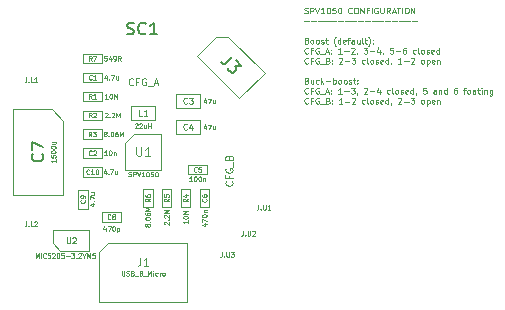
<source format=gbr>
G04 #@! TF.GenerationSoftware,KiCad,Pcbnew,(5.1.5-0)*
G04 #@! TF.CreationDate,2020-02-20T09:13:15+02:00*
G04 #@! TF.ProjectId,slice-harvester,736c6963-652d-4686-9172-766573746572,0.9*
G04 #@! TF.SameCoordinates,PX8f0d180PY5f5e100*
G04 #@! TF.FileFunction,Other,Fab,Top*
%FSLAX46Y46*%
G04 Gerber Fmt 4.6, Leading zero omitted, Abs format (unit mm)*
G04 Created by KiCad (PCBNEW (5.1.5-0)) date 2020-02-20 09:13:15*
%MOMM*%
%LPD*%
G04 APERTURE LIST*
%ADD10C,0.100000*%
%ADD11C,0.120000*%
%ADD12C,0.080000*%
%ADD13C,0.110000*%
%ADD14C,0.060000*%
%ADD15C,0.150000*%
%ADD16C,0.075000*%
G04 APERTURE END LIST*
D10*
X13660238Y11747620D02*
X13731666Y11723810D01*
X13850714Y11723810D01*
X13898333Y11747620D01*
X13922142Y11771429D01*
X13945952Y11819048D01*
X13945952Y11866667D01*
X13922142Y11914286D01*
X13898333Y11938096D01*
X13850714Y11961905D01*
X13755476Y11985715D01*
X13707857Y12009524D01*
X13684047Y12033334D01*
X13660238Y12080953D01*
X13660238Y12128572D01*
X13684047Y12176191D01*
X13707857Y12200000D01*
X13755476Y12223810D01*
X13874523Y12223810D01*
X13945952Y12200000D01*
X14160238Y11723810D02*
X14160238Y12223810D01*
X14350714Y12223810D01*
X14398333Y12200000D01*
X14422142Y12176191D01*
X14445952Y12128572D01*
X14445952Y12057143D01*
X14422142Y12009524D01*
X14398333Y11985715D01*
X14350714Y11961905D01*
X14160238Y11961905D01*
X14588809Y12223810D02*
X14755476Y11723810D01*
X14922142Y12223810D01*
X15350714Y11723810D02*
X15065000Y11723810D01*
X15207857Y11723810D02*
X15207857Y12223810D01*
X15160238Y12152381D01*
X15112619Y12104762D01*
X15065000Y12080953D01*
X15660238Y12223810D02*
X15707857Y12223810D01*
X15755476Y12200000D01*
X15779285Y12176191D01*
X15803095Y12128572D01*
X15826904Y12033334D01*
X15826904Y11914286D01*
X15803095Y11819048D01*
X15779285Y11771429D01*
X15755476Y11747620D01*
X15707857Y11723810D01*
X15660238Y11723810D01*
X15612619Y11747620D01*
X15588809Y11771429D01*
X15565000Y11819048D01*
X15541190Y11914286D01*
X15541190Y12033334D01*
X15565000Y12128572D01*
X15588809Y12176191D01*
X15612619Y12200000D01*
X15660238Y12223810D01*
X16279285Y12223810D02*
X16041190Y12223810D01*
X16017380Y11985715D01*
X16041190Y12009524D01*
X16088809Y12033334D01*
X16207857Y12033334D01*
X16255476Y12009524D01*
X16279285Y11985715D01*
X16303095Y11938096D01*
X16303095Y11819048D01*
X16279285Y11771429D01*
X16255476Y11747620D01*
X16207857Y11723810D01*
X16088809Y11723810D01*
X16041190Y11747620D01*
X16017380Y11771429D01*
X16612619Y12223810D02*
X16660238Y12223810D01*
X16707857Y12200000D01*
X16731666Y12176191D01*
X16755476Y12128572D01*
X16779285Y12033334D01*
X16779285Y11914286D01*
X16755476Y11819048D01*
X16731666Y11771429D01*
X16707857Y11747620D01*
X16660238Y11723810D01*
X16612619Y11723810D01*
X16565000Y11747620D01*
X16541190Y11771429D01*
X16517380Y11819048D01*
X16493571Y11914286D01*
X16493571Y12033334D01*
X16517380Y12128572D01*
X16541190Y12176191D01*
X16565000Y12200000D01*
X16612619Y12223810D01*
X17660238Y11771429D02*
X17636428Y11747620D01*
X17565000Y11723810D01*
X17517380Y11723810D01*
X17445952Y11747620D01*
X17398333Y11795239D01*
X17374523Y11842858D01*
X17350714Y11938096D01*
X17350714Y12009524D01*
X17374523Y12104762D01*
X17398333Y12152381D01*
X17445952Y12200000D01*
X17517380Y12223810D01*
X17565000Y12223810D01*
X17636428Y12200000D01*
X17660238Y12176191D01*
X17969761Y12223810D02*
X18065000Y12223810D01*
X18112619Y12200000D01*
X18160238Y12152381D01*
X18184047Y12057143D01*
X18184047Y11890477D01*
X18160238Y11795239D01*
X18112619Y11747620D01*
X18065000Y11723810D01*
X17969761Y11723810D01*
X17922142Y11747620D01*
X17874523Y11795239D01*
X17850714Y11890477D01*
X17850714Y12057143D01*
X17874523Y12152381D01*
X17922142Y12200000D01*
X17969761Y12223810D01*
X18398333Y11723810D02*
X18398333Y12223810D01*
X18684047Y11723810D01*
X18684047Y12223810D01*
X19088809Y11985715D02*
X18922142Y11985715D01*
X18922142Y11723810D02*
X18922142Y12223810D01*
X19160238Y12223810D01*
X19350714Y11723810D02*
X19350714Y12223810D01*
X19850714Y12200000D02*
X19803095Y12223810D01*
X19731666Y12223810D01*
X19660238Y12200000D01*
X19612619Y12152381D01*
X19588809Y12104762D01*
X19565000Y12009524D01*
X19565000Y11938096D01*
X19588809Y11842858D01*
X19612619Y11795239D01*
X19660238Y11747620D01*
X19731666Y11723810D01*
X19779285Y11723810D01*
X19850714Y11747620D01*
X19874523Y11771429D01*
X19874523Y11938096D01*
X19779285Y11938096D01*
X20088809Y12223810D02*
X20088809Y11819048D01*
X20112619Y11771429D01*
X20136428Y11747620D01*
X20184047Y11723810D01*
X20279285Y11723810D01*
X20326904Y11747620D01*
X20350714Y11771429D01*
X20374523Y11819048D01*
X20374523Y12223810D01*
X20898333Y11723810D02*
X20731666Y11961905D01*
X20612619Y11723810D02*
X20612619Y12223810D01*
X20803095Y12223810D01*
X20850714Y12200000D01*
X20874523Y12176191D01*
X20898333Y12128572D01*
X20898333Y12057143D01*
X20874523Y12009524D01*
X20850714Y11985715D01*
X20803095Y11961905D01*
X20612619Y11961905D01*
X21088809Y11866667D02*
X21326904Y11866667D01*
X21041190Y11723810D02*
X21207857Y12223810D01*
X21374523Y11723810D01*
X21469761Y12223810D02*
X21755476Y12223810D01*
X21612619Y11723810D02*
X21612619Y12223810D01*
X21922142Y11723810D02*
X21922142Y12223810D01*
X22255476Y12223810D02*
X22350714Y12223810D01*
X22398333Y12200000D01*
X22445952Y12152381D01*
X22469761Y12057143D01*
X22469761Y11890477D01*
X22445952Y11795239D01*
X22398333Y11747620D01*
X22350714Y11723810D01*
X22255476Y11723810D01*
X22207857Y11747620D01*
X22160238Y11795239D01*
X22136428Y11890477D01*
X22136428Y12057143D01*
X22160238Y12152381D01*
X22207857Y12200000D01*
X22255476Y12223810D01*
X22684047Y11723810D02*
X22684047Y12223810D01*
X22969761Y11723810D01*
X22969761Y12223810D01*
X13636428Y11040477D02*
X14065000Y11040477D01*
X14207857Y11040477D02*
X14636428Y11040477D01*
X14779285Y11040477D02*
X15207857Y11040477D01*
X15350714Y11040477D02*
X15779285Y11040477D01*
X15922142Y11040477D02*
X16350714Y11040477D01*
X16493571Y11040477D02*
X16922142Y11040477D01*
X17065000Y11040477D02*
X17493571Y11040477D01*
X17636428Y11040477D02*
X18065000Y11040477D01*
X18207857Y11040477D02*
X18636428Y11040477D01*
X18779285Y11040477D02*
X19207857Y11040477D01*
X19350714Y11040477D02*
X19779285Y11040477D01*
X19922142Y11040477D02*
X20350714Y11040477D01*
X20493571Y11040477D02*
X20922142Y11040477D01*
X21065000Y11040477D02*
X21493571Y11040477D01*
X21636428Y11040477D02*
X22065000Y11040477D01*
X22207857Y11040477D02*
X22636428Y11040477D01*
X22779285Y11040477D02*
X23207857Y11040477D01*
X13850714Y9435715D02*
X13922142Y9411905D01*
X13945952Y9388096D01*
X13969761Y9340477D01*
X13969761Y9269048D01*
X13945952Y9221429D01*
X13922142Y9197620D01*
X13874523Y9173810D01*
X13684047Y9173810D01*
X13684047Y9673810D01*
X13850714Y9673810D01*
X13898333Y9650000D01*
X13922142Y9626191D01*
X13945952Y9578572D01*
X13945952Y9530953D01*
X13922142Y9483334D01*
X13898333Y9459524D01*
X13850714Y9435715D01*
X13684047Y9435715D01*
X14255476Y9173810D02*
X14207857Y9197620D01*
X14184047Y9221429D01*
X14160238Y9269048D01*
X14160238Y9411905D01*
X14184047Y9459524D01*
X14207857Y9483334D01*
X14255476Y9507143D01*
X14326904Y9507143D01*
X14374523Y9483334D01*
X14398333Y9459524D01*
X14422142Y9411905D01*
X14422142Y9269048D01*
X14398333Y9221429D01*
X14374523Y9197620D01*
X14326904Y9173810D01*
X14255476Y9173810D01*
X14707857Y9173810D02*
X14660238Y9197620D01*
X14636428Y9221429D01*
X14612619Y9269048D01*
X14612619Y9411905D01*
X14636428Y9459524D01*
X14660238Y9483334D01*
X14707857Y9507143D01*
X14779285Y9507143D01*
X14826904Y9483334D01*
X14850714Y9459524D01*
X14874523Y9411905D01*
X14874523Y9269048D01*
X14850714Y9221429D01*
X14826904Y9197620D01*
X14779285Y9173810D01*
X14707857Y9173810D01*
X15065000Y9197620D02*
X15112619Y9173810D01*
X15207857Y9173810D01*
X15255476Y9197620D01*
X15279285Y9245239D01*
X15279285Y9269048D01*
X15255476Y9316667D01*
X15207857Y9340477D01*
X15136428Y9340477D01*
X15088809Y9364286D01*
X15065000Y9411905D01*
X15065000Y9435715D01*
X15088809Y9483334D01*
X15136428Y9507143D01*
X15207857Y9507143D01*
X15255476Y9483334D01*
X15422142Y9507143D02*
X15612619Y9507143D01*
X15493571Y9673810D02*
X15493571Y9245239D01*
X15517380Y9197620D01*
X15565000Y9173810D01*
X15612619Y9173810D01*
X16303095Y8983334D02*
X16279285Y9007143D01*
X16231666Y9078572D01*
X16207857Y9126191D01*
X16184047Y9197620D01*
X16160238Y9316667D01*
X16160238Y9411905D01*
X16184047Y9530953D01*
X16207857Y9602381D01*
X16231666Y9650000D01*
X16279285Y9721429D01*
X16303095Y9745239D01*
X16707857Y9173810D02*
X16707857Y9673810D01*
X16707857Y9197620D02*
X16660238Y9173810D01*
X16565000Y9173810D01*
X16517380Y9197620D01*
X16493571Y9221429D01*
X16469761Y9269048D01*
X16469761Y9411905D01*
X16493571Y9459524D01*
X16517380Y9483334D01*
X16565000Y9507143D01*
X16660238Y9507143D01*
X16707857Y9483334D01*
X17136428Y9197620D02*
X17088809Y9173810D01*
X16993571Y9173810D01*
X16945952Y9197620D01*
X16922142Y9245239D01*
X16922142Y9435715D01*
X16945952Y9483334D01*
X16993571Y9507143D01*
X17088809Y9507143D01*
X17136428Y9483334D01*
X17160238Y9435715D01*
X17160238Y9388096D01*
X16922142Y9340477D01*
X17303095Y9507143D02*
X17493571Y9507143D01*
X17374523Y9173810D02*
X17374523Y9602381D01*
X17398333Y9650000D01*
X17445952Y9673810D01*
X17493571Y9673810D01*
X17874523Y9173810D02*
X17874523Y9435715D01*
X17850714Y9483334D01*
X17803095Y9507143D01*
X17707857Y9507143D01*
X17660238Y9483334D01*
X17874523Y9197620D02*
X17826904Y9173810D01*
X17707857Y9173810D01*
X17660238Y9197620D01*
X17636428Y9245239D01*
X17636428Y9292858D01*
X17660238Y9340477D01*
X17707857Y9364286D01*
X17826904Y9364286D01*
X17874523Y9388096D01*
X18326904Y9507143D02*
X18326904Y9173810D01*
X18112619Y9507143D02*
X18112619Y9245239D01*
X18136428Y9197620D01*
X18184047Y9173810D01*
X18255476Y9173810D01*
X18303095Y9197620D01*
X18326904Y9221429D01*
X18636428Y9173810D02*
X18588809Y9197620D01*
X18565000Y9245239D01*
X18565000Y9673810D01*
X18755476Y9507143D02*
X18945952Y9507143D01*
X18826904Y9673810D02*
X18826904Y9245239D01*
X18850714Y9197620D01*
X18898333Y9173810D01*
X18945952Y9173810D01*
X19065000Y8983334D02*
X19088809Y9007143D01*
X19136428Y9078572D01*
X19160238Y9126191D01*
X19184047Y9197620D01*
X19207857Y9316667D01*
X19207857Y9411905D01*
X19184047Y9530953D01*
X19160238Y9602381D01*
X19136428Y9650000D01*
X19088809Y9721429D01*
X19065000Y9745239D01*
X19445952Y9221429D02*
X19469761Y9197620D01*
X19445952Y9173810D01*
X19422142Y9197620D01*
X19445952Y9221429D01*
X19445952Y9173810D01*
X19445952Y9483334D02*
X19469761Y9459524D01*
X19445952Y9435715D01*
X19422142Y9459524D01*
X19445952Y9483334D01*
X19445952Y9435715D01*
X13969761Y8371429D02*
X13945952Y8347620D01*
X13874523Y8323810D01*
X13826904Y8323810D01*
X13755476Y8347620D01*
X13707857Y8395239D01*
X13684047Y8442858D01*
X13660238Y8538096D01*
X13660238Y8609524D01*
X13684047Y8704762D01*
X13707857Y8752381D01*
X13755476Y8800000D01*
X13826904Y8823810D01*
X13874523Y8823810D01*
X13945952Y8800000D01*
X13969761Y8776191D01*
X14350714Y8585715D02*
X14184047Y8585715D01*
X14184047Y8323810D02*
X14184047Y8823810D01*
X14422142Y8823810D01*
X14874523Y8800000D02*
X14826904Y8823810D01*
X14755476Y8823810D01*
X14684047Y8800000D01*
X14636428Y8752381D01*
X14612619Y8704762D01*
X14588809Y8609524D01*
X14588809Y8538096D01*
X14612619Y8442858D01*
X14636428Y8395239D01*
X14684047Y8347620D01*
X14755476Y8323810D01*
X14803095Y8323810D01*
X14874523Y8347620D01*
X14898333Y8371429D01*
X14898333Y8538096D01*
X14803095Y8538096D01*
X14993571Y8276191D02*
X15374523Y8276191D01*
X15469761Y8466667D02*
X15707857Y8466667D01*
X15422142Y8323810D02*
X15588809Y8823810D01*
X15755476Y8323810D01*
X15922142Y8371429D02*
X15945952Y8347620D01*
X15922142Y8323810D01*
X15898333Y8347620D01*
X15922142Y8371429D01*
X15922142Y8323810D01*
X15922142Y8633334D02*
X15945952Y8609524D01*
X15922142Y8585715D01*
X15898333Y8609524D01*
X15922142Y8633334D01*
X15922142Y8585715D01*
X16803095Y8323810D02*
X16517380Y8323810D01*
X16660238Y8323810D02*
X16660238Y8823810D01*
X16612619Y8752381D01*
X16565000Y8704762D01*
X16517380Y8680953D01*
X17017380Y8514286D02*
X17398333Y8514286D01*
X17612619Y8776191D02*
X17636428Y8800000D01*
X17684047Y8823810D01*
X17803095Y8823810D01*
X17850714Y8800000D01*
X17874523Y8776191D01*
X17898333Y8728572D01*
X17898333Y8680953D01*
X17874523Y8609524D01*
X17588809Y8323810D01*
X17898333Y8323810D01*
X18136428Y8347620D02*
X18136428Y8323810D01*
X18112619Y8276191D01*
X18088809Y8252381D01*
X18684047Y8823810D02*
X18993571Y8823810D01*
X18826904Y8633334D01*
X18898333Y8633334D01*
X18945952Y8609524D01*
X18969761Y8585715D01*
X18993571Y8538096D01*
X18993571Y8419048D01*
X18969761Y8371429D01*
X18945952Y8347620D01*
X18898333Y8323810D01*
X18755476Y8323810D01*
X18707857Y8347620D01*
X18684047Y8371429D01*
X19207857Y8514286D02*
X19588809Y8514286D01*
X20041190Y8657143D02*
X20041190Y8323810D01*
X19922142Y8847620D02*
X19803095Y8490477D01*
X20112619Y8490477D01*
X20326904Y8347620D02*
X20326904Y8323810D01*
X20303095Y8276191D01*
X20279285Y8252381D01*
X21160238Y8823810D02*
X20922142Y8823810D01*
X20898333Y8585715D01*
X20922142Y8609524D01*
X20969761Y8633334D01*
X21088809Y8633334D01*
X21136428Y8609524D01*
X21160238Y8585715D01*
X21184047Y8538096D01*
X21184047Y8419048D01*
X21160238Y8371429D01*
X21136428Y8347620D01*
X21088809Y8323810D01*
X20969761Y8323810D01*
X20922142Y8347620D01*
X20898333Y8371429D01*
X21398333Y8514286D02*
X21779285Y8514286D01*
X22231666Y8823810D02*
X22136428Y8823810D01*
X22088809Y8800000D01*
X22065000Y8776191D01*
X22017380Y8704762D01*
X21993571Y8609524D01*
X21993571Y8419048D01*
X22017380Y8371429D01*
X22041190Y8347620D01*
X22088809Y8323810D01*
X22184047Y8323810D01*
X22231666Y8347620D01*
X22255476Y8371429D01*
X22279285Y8419048D01*
X22279285Y8538096D01*
X22255476Y8585715D01*
X22231666Y8609524D01*
X22184047Y8633334D01*
X22088809Y8633334D01*
X22041190Y8609524D01*
X22017380Y8585715D01*
X21993571Y8538096D01*
X23088809Y8347620D02*
X23041190Y8323810D01*
X22945952Y8323810D01*
X22898333Y8347620D01*
X22874523Y8371429D01*
X22850714Y8419048D01*
X22850714Y8561905D01*
X22874523Y8609524D01*
X22898333Y8633334D01*
X22945952Y8657143D01*
X23041190Y8657143D01*
X23088809Y8633334D01*
X23374523Y8323810D02*
X23326904Y8347620D01*
X23303095Y8395239D01*
X23303095Y8823810D01*
X23636428Y8323810D02*
X23588809Y8347620D01*
X23565000Y8371429D01*
X23541190Y8419048D01*
X23541190Y8561905D01*
X23565000Y8609524D01*
X23588809Y8633334D01*
X23636428Y8657143D01*
X23707857Y8657143D01*
X23755476Y8633334D01*
X23779285Y8609524D01*
X23803095Y8561905D01*
X23803095Y8419048D01*
X23779285Y8371429D01*
X23755476Y8347620D01*
X23707857Y8323810D01*
X23636428Y8323810D01*
X23993571Y8347620D02*
X24041190Y8323810D01*
X24136428Y8323810D01*
X24184047Y8347620D01*
X24207857Y8395239D01*
X24207857Y8419048D01*
X24184047Y8466667D01*
X24136428Y8490477D01*
X24065000Y8490477D01*
X24017380Y8514286D01*
X23993571Y8561905D01*
X23993571Y8585715D01*
X24017380Y8633334D01*
X24065000Y8657143D01*
X24136428Y8657143D01*
X24184047Y8633334D01*
X24612619Y8347620D02*
X24565000Y8323810D01*
X24469761Y8323810D01*
X24422142Y8347620D01*
X24398333Y8395239D01*
X24398333Y8585715D01*
X24422142Y8633334D01*
X24469761Y8657143D01*
X24565000Y8657143D01*
X24612619Y8633334D01*
X24636428Y8585715D01*
X24636428Y8538096D01*
X24398333Y8490477D01*
X25065000Y8323810D02*
X25065000Y8823810D01*
X25065000Y8347620D02*
X25017380Y8323810D01*
X24922142Y8323810D01*
X24874523Y8347620D01*
X24850714Y8371429D01*
X24826904Y8419048D01*
X24826904Y8561905D01*
X24850714Y8609524D01*
X24874523Y8633334D01*
X24922142Y8657143D01*
X25017380Y8657143D01*
X25065000Y8633334D01*
X13969761Y7521429D02*
X13945952Y7497620D01*
X13874523Y7473810D01*
X13826904Y7473810D01*
X13755476Y7497620D01*
X13707857Y7545239D01*
X13684047Y7592858D01*
X13660238Y7688096D01*
X13660238Y7759524D01*
X13684047Y7854762D01*
X13707857Y7902381D01*
X13755476Y7950000D01*
X13826904Y7973810D01*
X13874523Y7973810D01*
X13945952Y7950000D01*
X13969761Y7926191D01*
X14350714Y7735715D02*
X14184047Y7735715D01*
X14184047Y7473810D02*
X14184047Y7973810D01*
X14422142Y7973810D01*
X14874523Y7950000D02*
X14826904Y7973810D01*
X14755476Y7973810D01*
X14684047Y7950000D01*
X14636428Y7902381D01*
X14612619Y7854762D01*
X14588809Y7759524D01*
X14588809Y7688096D01*
X14612619Y7592858D01*
X14636428Y7545239D01*
X14684047Y7497620D01*
X14755476Y7473810D01*
X14803095Y7473810D01*
X14874523Y7497620D01*
X14898333Y7521429D01*
X14898333Y7688096D01*
X14803095Y7688096D01*
X14993571Y7426191D02*
X15374523Y7426191D01*
X15660238Y7735715D02*
X15731666Y7711905D01*
X15755476Y7688096D01*
X15779285Y7640477D01*
X15779285Y7569048D01*
X15755476Y7521429D01*
X15731666Y7497620D01*
X15684047Y7473810D01*
X15493571Y7473810D01*
X15493571Y7973810D01*
X15660238Y7973810D01*
X15707857Y7950000D01*
X15731666Y7926191D01*
X15755476Y7878572D01*
X15755476Y7830953D01*
X15731666Y7783334D01*
X15707857Y7759524D01*
X15660238Y7735715D01*
X15493571Y7735715D01*
X15993571Y7521429D02*
X16017380Y7497620D01*
X15993571Y7473810D01*
X15969761Y7497620D01*
X15993571Y7521429D01*
X15993571Y7473810D01*
X15993571Y7783334D02*
X16017380Y7759524D01*
X15993571Y7735715D01*
X15969761Y7759524D01*
X15993571Y7783334D01*
X15993571Y7735715D01*
X16588809Y7926191D02*
X16612619Y7950000D01*
X16660238Y7973810D01*
X16779285Y7973810D01*
X16826904Y7950000D01*
X16850714Y7926191D01*
X16874523Y7878572D01*
X16874523Y7830953D01*
X16850714Y7759524D01*
X16565000Y7473810D01*
X16874523Y7473810D01*
X17088809Y7664286D02*
X17469761Y7664286D01*
X17660238Y7973810D02*
X17969761Y7973810D01*
X17803095Y7783334D01*
X17874523Y7783334D01*
X17922142Y7759524D01*
X17945952Y7735715D01*
X17969761Y7688096D01*
X17969761Y7569048D01*
X17945952Y7521429D01*
X17922142Y7497620D01*
X17874523Y7473810D01*
X17731666Y7473810D01*
X17684047Y7497620D01*
X17660238Y7521429D01*
X18779285Y7497620D02*
X18731666Y7473810D01*
X18636428Y7473810D01*
X18588809Y7497620D01*
X18565000Y7521429D01*
X18541190Y7569048D01*
X18541190Y7711905D01*
X18565000Y7759524D01*
X18588809Y7783334D01*
X18636428Y7807143D01*
X18731666Y7807143D01*
X18779285Y7783334D01*
X19065000Y7473810D02*
X19017380Y7497620D01*
X18993571Y7545239D01*
X18993571Y7973810D01*
X19326904Y7473810D02*
X19279285Y7497620D01*
X19255476Y7521429D01*
X19231666Y7569048D01*
X19231666Y7711905D01*
X19255476Y7759524D01*
X19279285Y7783334D01*
X19326904Y7807143D01*
X19398333Y7807143D01*
X19445952Y7783334D01*
X19469761Y7759524D01*
X19493571Y7711905D01*
X19493571Y7569048D01*
X19469761Y7521429D01*
X19445952Y7497620D01*
X19398333Y7473810D01*
X19326904Y7473810D01*
X19684047Y7497620D02*
X19731666Y7473810D01*
X19826904Y7473810D01*
X19874523Y7497620D01*
X19898333Y7545239D01*
X19898333Y7569048D01*
X19874523Y7616667D01*
X19826904Y7640477D01*
X19755476Y7640477D01*
X19707857Y7664286D01*
X19684047Y7711905D01*
X19684047Y7735715D01*
X19707857Y7783334D01*
X19755476Y7807143D01*
X19826904Y7807143D01*
X19874523Y7783334D01*
X20303095Y7497620D02*
X20255476Y7473810D01*
X20160238Y7473810D01*
X20112619Y7497620D01*
X20088809Y7545239D01*
X20088809Y7735715D01*
X20112619Y7783334D01*
X20160238Y7807143D01*
X20255476Y7807143D01*
X20303095Y7783334D01*
X20326904Y7735715D01*
X20326904Y7688096D01*
X20088809Y7640477D01*
X20755476Y7473810D02*
X20755476Y7973810D01*
X20755476Y7497620D02*
X20707857Y7473810D01*
X20612619Y7473810D01*
X20565000Y7497620D01*
X20541190Y7521429D01*
X20517380Y7569048D01*
X20517380Y7711905D01*
X20541190Y7759524D01*
X20565000Y7783334D01*
X20612619Y7807143D01*
X20707857Y7807143D01*
X20755476Y7783334D01*
X21017380Y7497620D02*
X21017380Y7473810D01*
X20993571Y7426191D01*
X20969761Y7402381D01*
X21874523Y7473810D02*
X21588809Y7473810D01*
X21731666Y7473810D02*
X21731666Y7973810D01*
X21684047Y7902381D01*
X21636428Y7854762D01*
X21588809Y7830953D01*
X22088809Y7664286D02*
X22469761Y7664286D01*
X22684047Y7926191D02*
X22707857Y7950000D01*
X22755476Y7973810D01*
X22874523Y7973810D01*
X22922142Y7950000D01*
X22945952Y7926191D01*
X22969761Y7878572D01*
X22969761Y7830953D01*
X22945952Y7759524D01*
X22660238Y7473810D01*
X22969761Y7473810D01*
X23636428Y7473810D02*
X23588809Y7497620D01*
X23565000Y7521429D01*
X23541190Y7569048D01*
X23541190Y7711905D01*
X23565000Y7759524D01*
X23588809Y7783334D01*
X23636428Y7807143D01*
X23707857Y7807143D01*
X23755476Y7783334D01*
X23779285Y7759524D01*
X23803095Y7711905D01*
X23803095Y7569048D01*
X23779285Y7521429D01*
X23755476Y7497620D01*
X23707857Y7473810D01*
X23636428Y7473810D01*
X24017380Y7807143D02*
X24017380Y7307143D01*
X24017380Y7783334D02*
X24065000Y7807143D01*
X24160238Y7807143D01*
X24207857Y7783334D01*
X24231666Y7759524D01*
X24255476Y7711905D01*
X24255476Y7569048D01*
X24231666Y7521429D01*
X24207857Y7497620D01*
X24160238Y7473810D01*
X24065000Y7473810D01*
X24017380Y7497620D01*
X24660238Y7497620D02*
X24612619Y7473810D01*
X24517380Y7473810D01*
X24469761Y7497620D01*
X24445952Y7545239D01*
X24445952Y7735715D01*
X24469761Y7783334D01*
X24517380Y7807143D01*
X24612619Y7807143D01*
X24660238Y7783334D01*
X24684047Y7735715D01*
X24684047Y7688096D01*
X24445952Y7640477D01*
X24898333Y7807143D02*
X24898333Y7473810D01*
X24898333Y7759524D02*
X24922142Y7783334D01*
X24969761Y7807143D01*
X25041190Y7807143D01*
X25088809Y7783334D01*
X25112619Y7735715D01*
X25112619Y7473810D01*
X13850714Y6035715D02*
X13922142Y6011905D01*
X13945952Y5988096D01*
X13969761Y5940477D01*
X13969761Y5869048D01*
X13945952Y5821429D01*
X13922142Y5797620D01*
X13874523Y5773810D01*
X13684047Y5773810D01*
X13684047Y6273810D01*
X13850714Y6273810D01*
X13898333Y6250000D01*
X13922142Y6226191D01*
X13945952Y6178572D01*
X13945952Y6130953D01*
X13922142Y6083334D01*
X13898333Y6059524D01*
X13850714Y6035715D01*
X13684047Y6035715D01*
X14398333Y6107143D02*
X14398333Y5773810D01*
X14184047Y6107143D02*
X14184047Y5845239D01*
X14207857Y5797620D01*
X14255476Y5773810D01*
X14326904Y5773810D01*
X14374523Y5797620D01*
X14398333Y5821429D01*
X14850714Y5797620D02*
X14803095Y5773810D01*
X14707857Y5773810D01*
X14660238Y5797620D01*
X14636428Y5821429D01*
X14612619Y5869048D01*
X14612619Y6011905D01*
X14636428Y6059524D01*
X14660238Y6083334D01*
X14707857Y6107143D01*
X14803095Y6107143D01*
X14850714Y6083334D01*
X15065000Y5773810D02*
X15065000Y6273810D01*
X15112619Y5964286D02*
X15255476Y5773810D01*
X15255476Y6107143D02*
X15065000Y5916667D01*
X15469761Y5964286D02*
X15850714Y5964286D01*
X16088809Y5773810D02*
X16088809Y6273810D01*
X16088809Y6083334D02*
X16136428Y6107143D01*
X16231666Y6107143D01*
X16279285Y6083334D01*
X16303095Y6059524D01*
X16326904Y6011905D01*
X16326904Y5869048D01*
X16303095Y5821429D01*
X16279285Y5797620D01*
X16231666Y5773810D01*
X16136428Y5773810D01*
X16088809Y5797620D01*
X16612619Y5773810D02*
X16565000Y5797620D01*
X16541190Y5821429D01*
X16517380Y5869048D01*
X16517380Y6011905D01*
X16541190Y6059524D01*
X16565000Y6083334D01*
X16612619Y6107143D01*
X16684047Y6107143D01*
X16731666Y6083334D01*
X16755476Y6059524D01*
X16779285Y6011905D01*
X16779285Y5869048D01*
X16755476Y5821429D01*
X16731666Y5797620D01*
X16684047Y5773810D01*
X16612619Y5773810D01*
X17065000Y5773810D02*
X17017380Y5797620D01*
X16993571Y5821429D01*
X16969761Y5869048D01*
X16969761Y6011905D01*
X16993571Y6059524D01*
X17017380Y6083334D01*
X17065000Y6107143D01*
X17136428Y6107143D01*
X17184047Y6083334D01*
X17207857Y6059524D01*
X17231666Y6011905D01*
X17231666Y5869048D01*
X17207857Y5821429D01*
X17184047Y5797620D01*
X17136428Y5773810D01*
X17065000Y5773810D01*
X17422142Y5797620D02*
X17469761Y5773810D01*
X17565000Y5773810D01*
X17612619Y5797620D01*
X17636428Y5845239D01*
X17636428Y5869048D01*
X17612619Y5916667D01*
X17565000Y5940477D01*
X17493571Y5940477D01*
X17445952Y5964286D01*
X17422142Y6011905D01*
X17422142Y6035715D01*
X17445952Y6083334D01*
X17493571Y6107143D01*
X17565000Y6107143D01*
X17612619Y6083334D01*
X17779285Y6107143D02*
X17969761Y6107143D01*
X17850714Y6273810D02*
X17850714Y5845239D01*
X17874523Y5797620D01*
X17922142Y5773810D01*
X17969761Y5773810D01*
X18136428Y5821429D02*
X18160238Y5797620D01*
X18136428Y5773810D01*
X18112619Y5797620D01*
X18136428Y5821429D01*
X18136428Y5773810D01*
X18136428Y6083334D02*
X18160238Y6059524D01*
X18136428Y6035715D01*
X18112619Y6059524D01*
X18136428Y6083334D01*
X18136428Y6035715D01*
X13969761Y4971429D02*
X13945952Y4947620D01*
X13874523Y4923810D01*
X13826904Y4923810D01*
X13755476Y4947620D01*
X13707857Y4995239D01*
X13684047Y5042858D01*
X13660238Y5138096D01*
X13660238Y5209524D01*
X13684047Y5304762D01*
X13707857Y5352381D01*
X13755476Y5400000D01*
X13826904Y5423810D01*
X13874523Y5423810D01*
X13945952Y5400000D01*
X13969761Y5376191D01*
X14350714Y5185715D02*
X14184047Y5185715D01*
X14184047Y4923810D02*
X14184047Y5423810D01*
X14422142Y5423810D01*
X14874523Y5400000D02*
X14826904Y5423810D01*
X14755476Y5423810D01*
X14684047Y5400000D01*
X14636428Y5352381D01*
X14612619Y5304762D01*
X14588809Y5209524D01*
X14588809Y5138096D01*
X14612619Y5042858D01*
X14636428Y4995239D01*
X14684047Y4947620D01*
X14755476Y4923810D01*
X14803095Y4923810D01*
X14874523Y4947620D01*
X14898333Y4971429D01*
X14898333Y5138096D01*
X14803095Y5138096D01*
X14993571Y4876191D02*
X15374523Y4876191D01*
X15469761Y5066667D02*
X15707857Y5066667D01*
X15422142Y4923810D02*
X15588809Y5423810D01*
X15755476Y4923810D01*
X15922142Y4971429D02*
X15945952Y4947620D01*
X15922142Y4923810D01*
X15898333Y4947620D01*
X15922142Y4971429D01*
X15922142Y4923810D01*
X15922142Y5233334D02*
X15945952Y5209524D01*
X15922142Y5185715D01*
X15898333Y5209524D01*
X15922142Y5233334D01*
X15922142Y5185715D01*
X16803095Y4923810D02*
X16517380Y4923810D01*
X16660238Y4923810D02*
X16660238Y5423810D01*
X16612619Y5352381D01*
X16565000Y5304762D01*
X16517380Y5280953D01*
X17017380Y5114286D02*
X17398333Y5114286D01*
X17588809Y5423810D02*
X17898333Y5423810D01*
X17731666Y5233334D01*
X17803095Y5233334D01*
X17850714Y5209524D01*
X17874523Y5185715D01*
X17898333Y5138096D01*
X17898333Y5019048D01*
X17874523Y4971429D01*
X17850714Y4947620D01*
X17803095Y4923810D01*
X17660238Y4923810D01*
X17612619Y4947620D01*
X17588809Y4971429D01*
X18136428Y4947620D02*
X18136428Y4923810D01*
X18112619Y4876191D01*
X18088809Y4852381D01*
X18707857Y5376191D02*
X18731666Y5400000D01*
X18779285Y5423810D01*
X18898333Y5423810D01*
X18945952Y5400000D01*
X18969761Y5376191D01*
X18993571Y5328572D01*
X18993571Y5280953D01*
X18969761Y5209524D01*
X18684047Y4923810D01*
X18993571Y4923810D01*
X19207857Y5114286D02*
X19588809Y5114286D01*
X20041190Y5257143D02*
X20041190Y4923810D01*
X19922142Y5447620D02*
X19803095Y5090477D01*
X20112619Y5090477D01*
X20898333Y4947620D02*
X20850714Y4923810D01*
X20755476Y4923810D01*
X20707857Y4947620D01*
X20684047Y4971429D01*
X20660238Y5019048D01*
X20660238Y5161905D01*
X20684047Y5209524D01*
X20707857Y5233334D01*
X20755476Y5257143D01*
X20850714Y5257143D01*
X20898333Y5233334D01*
X21184047Y4923810D02*
X21136428Y4947620D01*
X21112619Y4995239D01*
X21112619Y5423810D01*
X21445952Y4923810D02*
X21398333Y4947620D01*
X21374523Y4971429D01*
X21350714Y5019048D01*
X21350714Y5161905D01*
X21374523Y5209524D01*
X21398333Y5233334D01*
X21445952Y5257143D01*
X21517380Y5257143D01*
X21565000Y5233334D01*
X21588809Y5209524D01*
X21612619Y5161905D01*
X21612619Y5019048D01*
X21588809Y4971429D01*
X21565000Y4947620D01*
X21517380Y4923810D01*
X21445952Y4923810D01*
X21803095Y4947620D02*
X21850714Y4923810D01*
X21945952Y4923810D01*
X21993571Y4947620D01*
X22017380Y4995239D01*
X22017380Y5019048D01*
X21993571Y5066667D01*
X21945952Y5090477D01*
X21874523Y5090477D01*
X21826904Y5114286D01*
X21803095Y5161905D01*
X21803095Y5185715D01*
X21826904Y5233334D01*
X21874523Y5257143D01*
X21945952Y5257143D01*
X21993571Y5233334D01*
X22422142Y4947620D02*
X22374523Y4923810D01*
X22279285Y4923810D01*
X22231666Y4947620D01*
X22207857Y4995239D01*
X22207857Y5185715D01*
X22231666Y5233334D01*
X22279285Y5257143D01*
X22374523Y5257143D01*
X22422142Y5233334D01*
X22445952Y5185715D01*
X22445952Y5138096D01*
X22207857Y5090477D01*
X22874523Y4923810D02*
X22874523Y5423810D01*
X22874523Y4947620D02*
X22826904Y4923810D01*
X22731666Y4923810D01*
X22684047Y4947620D01*
X22660238Y4971429D01*
X22636428Y5019048D01*
X22636428Y5161905D01*
X22660238Y5209524D01*
X22684047Y5233334D01*
X22731666Y5257143D01*
X22826904Y5257143D01*
X22874523Y5233334D01*
X23136428Y4947620D02*
X23136428Y4923810D01*
X23112619Y4876191D01*
X23088809Y4852381D01*
X23969761Y5423810D02*
X23731666Y5423810D01*
X23707857Y5185715D01*
X23731666Y5209524D01*
X23779285Y5233334D01*
X23898333Y5233334D01*
X23945952Y5209524D01*
X23969761Y5185715D01*
X23993571Y5138096D01*
X23993571Y5019048D01*
X23969761Y4971429D01*
X23945952Y4947620D01*
X23898333Y4923810D01*
X23779285Y4923810D01*
X23731666Y4947620D01*
X23707857Y4971429D01*
X24803095Y4923810D02*
X24803095Y5185715D01*
X24779285Y5233334D01*
X24731666Y5257143D01*
X24636428Y5257143D01*
X24588809Y5233334D01*
X24803095Y4947620D02*
X24755476Y4923810D01*
X24636428Y4923810D01*
X24588809Y4947620D01*
X24565000Y4995239D01*
X24565000Y5042858D01*
X24588809Y5090477D01*
X24636428Y5114286D01*
X24755476Y5114286D01*
X24803095Y5138096D01*
X25041190Y5257143D02*
X25041190Y4923810D01*
X25041190Y5209524D02*
X25065000Y5233334D01*
X25112619Y5257143D01*
X25184047Y5257143D01*
X25231666Y5233334D01*
X25255476Y5185715D01*
X25255476Y4923810D01*
X25707857Y4923810D02*
X25707857Y5423810D01*
X25707857Y4947620D02*
X25660238Y4923810D01*
X25565000Y4923810D01*
X25517380Y4947620D01*
X25493571Y4971429D01*
X25469761Y5019048D01*
X25469761Y5161905D01*
X25493571Y5209524D01*
X25517380Y5233334D01*
X25565000Y5257143D01*
X25660238Y5257143D01*
X25707857Y5233334D01*
X26541190Y5423810D02*
X26445952Y5423810D01*
X26398333Y5400000D01*
X26374523Y5376191D01*
X26326904Y5304762D01*
X26303095Y5209524D01*
X26303095Y5019048D01*
X26326904Y4971429D01*
X26350714Y4947620D01*
X26398333Y4923810D01*
X26493571Y4923810D01*
X26541190Y4947620D01*
X26565000Y4971429D01*
X26588809Y5019048D01*
X26588809Y5138096D01*
X26565000Y5185715D01*
X26541190Y5209524D01*
X26493571Y5233334D01*
X26398333Y5233334D01*
X26350714Y5209524D01*
X26326904Y5185715D01*
X26303095Y5138096D01*
X27112619Y5257143D02*
X27303095Y5257143D01*
X27184047Y4923810D02*
X27184047Y5352381D01*
X27207857Y5400000D01*
X27255476Y5423810D01*
X27303095Y5423810D01*
X27541190Y4923810D02*
X27493571Y4947620D01*
X27469761Y4971429D01*
X27445952Y5019048D01*
X27445952Y5161905D01*
X27469761Y5209524D01*
X27493571Y5233334D01*
X27541190Y5257143D01*
X27612619Y5257143D01*
X27660238Y5233334D01*
X27684047Y5209524D01*
X27707857Y5161905D01*
X27707857Y5019048D01*
X27684047Y4971429D01*
X27660238Y4947620D01*
X27612619Y4923810D01*
X27541190Y4923810D01*
X28136428Y4923810D02*
X28136428Y5185715D01*
X28112619Y5233334D01*
X28065000Y5257143D01*
X27969761Y5257143D01*
X27922142Y5233334D01*
X28136428Y4947620D02*
X28088809Y4923810D01*
X27969761Y4923810D01*
X27922142Y4947620D01*
X27898333Y4995239D01*
X27898333Y5042858D01*
X27922142Y5090477D01*
X27969761Y5114286D01*
X28088809Y5114286D01*
X28136428Y5138096D01*
X28303095Y5257143D02*
X28493571Y5257143D01*
X28374523Y5423810D02*
X28374523Y4995239D01*
X28398333Y4947620D01*
X28445952Y4923810D01*
X28493571Y4923810D01*
X28660238Y4923810D02*
X28660238Y5257143D01*
X28660238Y5423810D02*
X28636428Y5400000D01*
X28660238Y5376191D01*
X28684047Y5400000D01*
X28660238Y5423810D01*
X28660238Y5376191D01*
X28898333Y5257143D02*
X28898333Y4923810D01*
X28898333Y5209524D02*
X28922142Y5233334D01*
X28969761Y5257143D01*
X29041190Y5257143D01*
X29088809Y5233334D01*
X29112619Y5185715D01*
X29112619Y4923810D01*
X29565000Y5257143D02*
X29565000Y4852381D01*
X29541190Y4804762D01*
X29517380Y4780953D01*
X29469761Y4757143D01*
X29398333Y4757143D01*
X29350714Y4780953D01*
X29565000Y4947620D02*
X29517380Y4923810D01*
X29422142Y4923810D01*
X29374523Y4947620D01*
X29350714Y4971429D01*
X29326904Y5019048D01*
X29326904Y5161905D01*
X29350714Y5209524D01*
X29374523Y5233334D01*
X29422142Y5257143D01*
X29517380Y5257143D01*
X29565000Y5233334D01*
X13969761Y4121429D02*
X13945952Y4097620D01*
X13874523Y4073810D01*
X13826904Y4073810D01*
X13755476Y4097620D01*
X13707857Y4145239D01*
X13684047Y4192858D01*
X13660238Y4288096D01*
X13660238Y4359524D01*
X13684047Y4454762D01*
X13707857Y4502381D01*
X13755476Y4550000D01*
X13826904Y4573810D01*
X13874523Y4573810D01*
X13945952Y4550000D01*
X13969761Y4526191D01*
X14350714Y4335715D02*
X14184047Y4335715D01*
X14184047Y4073810D02*
X14184047Y4573810D01*
X14422142Y4573810D01*
X14874523Y4550000D02*
X14826904Y4573810D01*
X14755476Y4573810D01*
X14684047Y4550000D01*
X14636428Y4502381D01*
X14612619Y4454762D01*
X14588809Y4359524D01*
X14588809Y4288096D01*
X14612619Y4192858D01*
X14636428Y4145239D01*
X14684047Y4097620D01*
X14755476Y4073810D01*
X14803095Y4073810D01*
X14874523Y4097620D01*
X14898333Y4121429D01*
X14898333Y4288096D01*
X14803095Y4288096D01*
X14993571Y4026191D02*
X15374523Y4026191D01*
X15660238Y4335715D02*
X15731666Y4311905D01*
X15755476Y4288096D01*
X15779285Y4240477D01*
X15779285Y4169048D01*
X15755476Y4121429D01*
X15731666Y4097620D01*
X15684047Y4073810D01*
X15493571Y4073810D01*
X15493571Y4573810D01*
X15660238Y4573810D01*
X15707857Y4550000D01*
X15731666Y4526191D01*
X15755476Y4478572D01*
X15755476Y4430953D01*
X15731666Y4383334D01*
X15707857Y4359524D01*
X15660238Y4335715D01*
X15493571Y4335715D01*
X15993571Y4121429D02*
X16017380Y4097620D01*
X15993571Y4073810D01*
X15969761Y4097620D01*
X15993571Y4121429D01*
X15993571Y4073810D01*
X15993571Y4383334D02*
X16017380Y4359524D01*
X15993571Y4335715D01*
X15969761Y4359524D01*
X15993571Y4383334D01*
X15993571Y4335715D01*
X16874523Y4073810D02*
X16588809Y4073810D01*
X16731666Y4073810D02*
X16731666Y4573810D01*
X16684047Y4502381D01*
X16636428Y4454762D01*
X16588809Y4430953D01*
X17088809Y4264286D02*
X17469761Y4264286D01*
X17684047Y4526191D02*
X17707857Y4550000D01*
X17755476Y4573810D01*
X17874523Y4573810D01*
X17922142Y4550000D01*
X17945952Y4526191D01*
X17969761Y4478572D01*
X17969761Y4430953D01*
X17945952Y4359524D01*
X17660238Y4073810D01*
X17969761Y4073810D01*
X18779285Y4097620D02*
X18731666Y4073810D01*
X18636428Y4073810D01*
X18588809Y4097620D01*
X18565000Y4121429D01*
X18541190Y4169048D01*
X18541190Y4311905D01*
X18565000Y4359524D01*
X18588809Y4383334D01*
X18636428Y4407143D01*
X18731666Y4407143D01*
X18779285Y4383334D01*
X19065000Y4073810D02*
X19017380Y4097620D01*
X18993571Y4145239D01*
X18993571Y4573810D01*
X19326904Y4073810D02*
X19279285Y4097620D01*
X19255476Y4121429D01*
X19231666Y4169048D01*
X19231666Y4311905D01*
X19255476Y4359524D01*
X19279285Y4383334D01*
X19326904Y4407143D01*
X19398333Y4407143D01*
X19445952Y4383334D01*
X19469761Y4359524D01*
X19493571Y4311905D01*
X19493571Y4169048D01*
X19469761Y4121429D01*
X19445952Y4097620D01*
X19398333Y4073810D01*
X19326904Y4073810D01*
X19684047Y4097620D02*
X19731666Y4073810D01*
X19826904Y4073810D01*
X19874523Y4097620D01*
X19898333Y4145239D01*
X19898333Y4169048D01*
X19874523Y4216667D01*
X19826904Y4240477D01*
X19755476Y4240477D01*
X19707857Y4264286D01*
X19684047Y4311905D01*
X19684047Y4335715D01*
X19707857Y4383334D01*
X19755476Y4407143D01*
X19826904Y4407143D01*
X19874523Y4383334D01*
X20303095Y4097620D02*
X20255476Y4073810D01*
X20160238Y4073810D01*
X20112619Y4097620D01*
X20088809Y4145239D01*
X20088809Y4335715D01*
X20112619Y4383334D01*
X20160238Y4407143D01*
X20255476Y4407143D01*
X20303095Y4383334D01*
X20326904Y4335715D01*
X20326904Y4288096D01*
X20088809Y4240477D01*
X20755476Y4073810D02*
X20755476Y4573810D01*
X20755476Y4097620D02*
X20707857Y4073810D01*
X20612619Y4073810D01*
X20565000Y4097620D01*
X20541190Y4121429D01*
X20517380Y4169048D01*
X20517380Y4311905D01*
X20541190Y4359524D01*
X20565000Y4383334D01*
X20612619Y4407143D01*
X20707857Y4407143D01*
X20755476Y4383334D01*
X21017380Y4097620D02*
X21017380Y4073810D01*
X20993571Y4026191D01*
X20969761Y4002381D01*
X21588809Y4526191D02*
X21612619Y4550000D01*
X21660238Y4573810D01*
X21779285Y4573810D01*
X21826904Y4550000D01*
X21850714Y4526191D01*
X21874523Y4478572D01*
X21874523Y4430953D01*
X21850714Y4359524D01*
X21565000Y4073810D01*
X21874523Y4073810D01*
X22088809Y4264286D02*
X22469761Y4264286D01*
X22660238Y4573810D02*
X22969761Y4573810D01*
X22803095Y4383334D01*
X22874523Y4383334D01*
X22922142Y4359524D01*
X22945952Y4335715D01*
X22969761Y4288096D01*
X22969761Y4169048D01*
X22945952Y4121429D01*
X22922142Y4097620D01*
X22874523Y4073810D01*
X22731666Y4073810D01*
X22684047Y4097620D01*
X22660238Y4121429D01*
X23636428Y4073810D02*
X23588809Y4097620D01*
X23565000Y4121429D01*
X23541190Y4169048D01*
X23541190Y4311905D01*
X23565000Y4359524D01*
X23588809Y4383334D01*
X23636428Y4407143D01*
X23707857Y4407143D01*
X23755476Y4383334D01*
X23779285Y4359524D01*
X23803095Y4311905D01*
X23803095Y4169048D01*
X23779285Y4121429D01*
X23755476Y4097620D01*
X23707857Y4073810D01*
X23636428Y4073810D01*
X24017380Y4407143D02*
X24017380Y3907143D01*
X24017380Y4383334D02*
X24065000Y4407143D01*
X24160238Y4407143D01*
X24207857Y4383334D01*
X24231666Y4359524D01*
X24255476Y4311905D01*
X24255476Y4169048D01*
X24231666Y4121429D01*
X24207857Y4097620D01*
X24160238Y4073810D01*
X24065000Y4073810D01*
X24017380Y4097620D01*
X24660238Y4097620D02*
X24612619Y4073810D01*
X24517380Y4073810D01*
X24469761Y4097620D01*
X24445952Y4145239D01*
X24445952Y4335715D01*
X24469761Y4383334D01*
X24517380Y4407143D01*
X24612619Y4407143D01*
X24660238Y4383334D01*
X24684047Y4335715D01*
X24684047Y4288096D01*
X24445952Y4240477D01*
X24898333Y4407143D02*
X24898333Y4073810D01*
X24898333Y4359524D02*
X24922142Y4383334D01*
X24969761Y4407143D01*
X25041190Y4407143D01*
X25088809Y4383334D01*
X25112619Y4335715D01*
X25112619Y4073810D01*
X-750000Y1500000D02*
X1500000Y1500000D01*
X1500000Y1500000D02*
X1500000Y-1500000D01*
X1500000Y-1500000D02*
X-1500000Y-1500000D01*
X-1500000Y-1500000D02*
X-1500000Y750000D01*
X-1500000Y750000D02*
X-750000Y1500000D01*
X-5100000Y6700000D02*
X-3500000Y6700000D01*
X-5100000Y5900000D02*
X-5100000Y6700000D01*
X-3500000Y5900000D02*
X-5100000Y5900000D01*
X-3500000Y6700000D02*
X-3500000Y5900000D01*
X-3500000Y300000D02*
X-3500000Y-500000D01*
X-3500000Y-500000D02*
X-5100000Y-500000D01*
X-5100000Y-500000D02*
X-5100000Y300000D01*
X-5100000Y300000D02*
X-3500000Y300000D01*
X2800000Y4900000D02*
X4800000Y4900000D01*
X2800000Y3700000D02*
X2800000Y4900000D01*
X4800000Y3700000D02*
X2800000Y3700000D01*
X4800000Y4900000D02*
X4800000Y3700000D01*
X4800000Y2700000D02*
X4800000Y1500000D01*
X4800000Y1500000D02*
X2800000Y1500000D01*
X2800000Y1500000D02*
X2800000Y2700000D01*
X2800000Y2700000D02*
X4800000Y2700000D01*
X5400000Y-1900000D02*
X3800000Y-1900000D01*
X5400000Y-1100000D02*
X5400000Y-1900000D01*
X3800000Y-1100000D02*
X5400000Y-1100000D01*
X3800000Y-1900000D02*
X3800000Y-1100000D01*
X5600000Y-4700000D02*
X4800000Y-4700000D01*
X4800000Y-4700000D02*
X4800000Y-3100000D01*
X4800000Y-3100000D02*
X5600000Y-3100000D01*
X5600000Y-3100000D02*
X5600000Y-4700000D01*
X-5100000Y5100000D02*
X-3500000Y5100000D01*
X-5100000Y4300000D02*
X-5100000Y5100000D01*
X-3500000Y4300000D02*
X-5100000Y4300000D01*
X-3500000Y5100000D02*
X-3500000Y4300000D01*
X-5100000Y2700000D02*
X-5100000Y3500000D01*
X-5100000Y3500000D02*
X-3500000Y3500000D01*
X-3500000Y3500000D02*
X-3500000Y2700000D01*
X-3500000Y2700000D02*
X-5100000Y2700000D01*
X-5112500Y1900000D02*
X-3512500Y1900000D01*
X-5112500Y1100000D02*
X-5112500Y1900000D01*
X-3512500Y1100000D02*
X-5112500Y1100000D01*
X-3512500Y1900000D02*
X-3512500Y1100000D01*
X4000000Y-4700000D02*
X3200000Y-4700000D01*
X3200000Y-4700000D02*
X3200000Y-3100000D01*
X3200000Y-3100000D02*
X4000000Y-3100000D01*
X4000000Y-3100000D02*
X4000000Y-4700000D01*
X2400000Y-3100000D02*
X2400000Y-4700000D01*
X1600000Y-3100000D02*
X2400000Y-3100000D01*
X1600000Y-4700000D02*
X1600000Y-3100000D01*
X2400000Y-4700000D02*
X1600000Y-4700000D01*
X0Y-3100000D02*
X800000Y-3100000D01*
X800000Y-3100000D02*
X800000Y-4700000D01*
X800000Y-4700000D02*
X0Y-4700000D01*
X0Y-4700000D02*
X0Y-3100000D01*
X-3500000Y8300000D02*
X-3500000Y7500000D01*
X-3500000Y7500000D02*
X-5100000Y7500000D01*
X-5100000Y7500000D02*
X-5100000Y8300000D01*
X-5100000Y8300000D02*
X-3500000Y8300000D01*
X4529019Y8114050D02*
X6146525Y9731557D01*
X6146525Y9731557D02*
X7224863Y9731557D01*
X7224863Y9731557D02*
X10277797Y6678623D01*
X10277797Y6678623D02*
X8121121Y4521948D01*
X8121121Y4521948D02*
X4529019Y8114050D01*
X-3500000Y-5900000D02*
X-3500000Y-5100000D01*
X-3500000Y-5100000D02*
X-1900000Y-5100000D01*
X-1900000Y-5100000D02*
X-1900000Y-5900000D01*
X-1900000Y-5900000D02*
X-3500000Y-5900000D01*
X-4700000Y-3200000D02*
X-4700000Y-4800000D01*
X-5500000Y-3200000D02*
X-4700000Y-3200000D01*
X-5500000Y-4800000D02*
X-5500000Y-3200000D01*
X-4700000Y-4800000D02*
X-5500000Y-4800000D01*
X-1000000Y2700000D02*
X-1000000Y3900000D01*
X-1000000Y3900000D02*
X1000000Y3900000D01*
X1000000Y3900000D02*
X1000000Y2700000D01*
X1000000Y2700000D02*
X-1000000Y2700000D01*
X-7000000Y-8400000D02*
X-7650000Y-7750000D01*
X-7650000Y-6600000D02*
X-7650000Y-7750000D01*
X-7000000Y-8400000D02*
X-4550000Y-8400000D01*
X-4550000Y-6600000D02*
X-4550000Y-8400000D01*
X-7650000Y-6600000D02*
X-4550000Y-6600000D01*
D11*
X-3775000Y-8500000D02*
X-2975000Y-7750000D01*
X3725000Y-12700000D02*
X-3775000Y-12700000D01*
X3725000Y-7750000D02*
X3725000Y-12700000D01*
X-2975000Y-7750000D02*
X3725000Y-7750000D01*
X-3775000Y-12700000D02*
X-3775000Y-8500000D01*
D10*
X-6750000Y-3650000D02*
X-6750000Y2650000D01*
X-6750000Y2650000D02*
X-7750000Y3650000D01*
X-7750000Y3650000D02*
X-11050000Y3650000D01*
X-11050000Y3650000D02*
X-11050000Y-3650000D01*
X-11050000Y-3650000D02*
X-6750000Y-3650000D01*
X-5100000Y-2100000D02*
X-5100000Y-1300000D01*
X-5100000Y-1300000D02*
X-3500000Y-1300000D01*
X-3500000Y-1300000D02*
X-3500000Y-2100000D01*
X-3500000Y-2100000D02*
X-5100000Y-2100000D01*
D12*
X-1247620Y-2061904D02*
X-1190477Y-2080952D01*
X-1095239Y-2080952D01*
X-1057143Y-2061904D01*
X-1038096Y-2042857D01*
X-1019048Y-2004761D01*
X-1019048Y-1966666D01*
X-1038096Y-1928571D01*
X-1057143Y-1909523D01*
X-1095239Y-1890476D01*
X-1171429Y-1871428D01*
X-1209524Y-1852380D01*
X-1228572Y-1833333D01*
X-1247620Y-1795238D01*
X-1247620Y-1757142D01*
X-1228572Y-1719047D01*
X-1209524Y-1700000D01*
X-1171429Y-1680952D01*
X-1076191Y-1680952D01*
X-1019048Y-1700000D01*
X-847620Y-2080952D02*
X-847620Y-1680952D01*
X-695239Y-1680952D01*
X-657143Y-1700000D01*
X-638096Y-1719047D01*
X-619048Y-1757142D01*
X-619048Y-1814285D01*
X-638096Y-1852380D01*
X-657143Y-1871428D01*
X-695239Y-1890476D01*
X-847620Y-1890476D01*
X-504762Y-1680952D02*
X-371429Y-2080952D01*
X-238096Y-1680952D01*
X104761Y-2080952D02*
X-123810Y-2080952D01*
X-9524Y-2080952D02*
X-9524Y-1680952D01*
X-47620Y-1738095D01*
X-85715Y-1776190D01*
X-123810Y-1795238D01*
X352380Y-1680952D02*
X390476Y-1680952D01*
X428571Y-1700000D01*
X447619Y-1719047D01*
X466666Y-1757142D01*
X485714Y-1833333D01*
X485714Y-1928571D01*
X466666Y-2004761D01*
X447619Y-2042857D01*
X428571Y-2061904D01*
X390476Y-2080952D01*
X352380Y-2080952D01*
X314285Y-2061904D01*
X295238Y-2042857D01*
X276190Y-2004761D01*
X257142Y-1928571D01*
X257142Y-1833333D01*
X276190Y-1757142D01*
X295238Y-1719047D01*
X314285Y-1700000D01*
X352380Y-1680952D01*
X847619Y-1680952D02*
X657142Y-1680952D01*
X638095Y-1871428D01*
X657142Y-1852380D01*
X695238Y-1833333D01*
X790476Y-1833333D01*
X828571Y-1852380D01*
X847619Y-1871428D01*
X866666Y-1909523D01*
X866666Y-2004761D01*
X847619Y-2042857D01*
X828571Y-2061904D01*
X790476Y-2080952D01*
X695238Y-2080952D01*
X657142Y-2061904D01*
X638095Y-2042857D01*
X1114285Y-1680952D02*
X1152380Y-1680952D01*
X1190476Y-1700000D01*
X1209523Y-1719047D01*
X1228571Y-1757142D01*
X1247619Y-1833333D01*
X1247619Y-1928571D01*
X1228571Y-2004761D01*
X1209523Y-2042857D01*
X1190476Y-2061904D01*
X1152380Y-2080952D01*
X1114285Y-2080952D01*
X1076190Y-2061904D01*
X1057142Y-2042857D01*
X1038095Y-2004761D01*
X1019047Y-1928571D01*
X1019047Y-1833333D01*
X1038095Y-1757142D01*
X1057142Y-1719047D01*
X1076190Y-1700000D01*
X1114285Y-1680952D01*
D13*
X-571429Y410715D02*
X-571429Y-196428D01*
X-535715Y-267857D01*
X-500000Y-303571D01*
X-428572Y-339285D01*
X-285715Y-339285D01*
X-214286Y-303571D01*
X-178572Y-267857D01*
X-142858Y-196428D01*
X-142858Y410715D01*
X607142Y-339285D02*
X178571Y-339285D01*
X392857Y-339285D02*
X392857Y410715D01*
X321428Y303572D01*
X250000Y232143D01*
X178571Y196429D01*
D12*
X-3090477Y6385715D02*
X-3090477Y6119048D01*
X-3185715Y6538096D02*
X-3280953Y6252381D01*
X-3033334Y6252381D01*
X-2880953Y6157143D02*
X-2861905Y6138096D01*
X-2880953Y6119048D01*
X-2900000Y6138096D01*
X-2880953Y6157143D01*
X-2880953Y6119048D01*
X-2728572Y6519048D02*
X-2461905Y6519048D01*
X-2633334Y6119048D01*
X-2138096Y6385715D02*
X-2138096Y6119048D01*
X-2309524Y6385715D02*
X-2309524Y6176191D01*
X-2290477Y6138096D01*
X-2252381Y6119048D01*
X-2195239Y6119048D01*
X-2157143Y6138096D01*
X-2138096Y6157143D01*
D14*
X-4366667Y6157143D02*
X-4385715Y6138096D01*
X-4442858Y6119048D01*
X-4480953Y6119048D01*
X-4538096Y6138096D01*
X-4576191Y6176191D01*
X-4595239Y6214286D01*
X-4614286Y6290477D01*
X-4614286Y6347620D01*
X-4595239Y6423810D01*
X-4576191Y6461905D01*
X-4538096Y6500000D01*
X-4480953Y6519048D01*
X-4442858Y6519048D01*
X-4385715Y6500000D01*
X-4366667Y6480953D01*
X-3985715Y6119048D02*
X-4214286Y6119048D01*
X-4100000Y6119048D02*
X-4100000Y6519048D01*
X-4138096Y6461905D01*
X-4176191Y6423810D01*
X-4214286Y6404762D01*
D12*
X-3057143Y-280952D02*
X-3285715Y-280952D01*
X-3171429Y-280952D02*
X-3171429Y119048D01*
X-3209524Y61905D01*
X-3247620Y23810D01*
X-3285715Y4762D01*
X-2809524Y119048D02*
X-2771429Y119048D01*
X-2733334Y100000D01*
X-2714286Y80953D01*
X-2695239Y42858D01*
X-2676191Y-33333D01*
X-2676191Y-128571D01*
X-2695239Y-204761D01*
X-2714286Y-242857D01*
X-2733334Y-261904D01*
X-2771429Y-280952D01*
X-2809524Y-280952D01*
X-2847620Y-261904D01*
X-2866667Y-242857D01*
X-2885715Y-204761D01*
X-2904762Y-128571D01*
X-2904762Y-33333D01*
X-2885715Y42858D01*
X-2866667Y80953D01*
X-2847620Y100000D01*
X-2809524Y119048D01*
X-2504762Y-14285D02*
X-2504762Y-280952D01*
X-2504762Y-52380D02*
X-2485715Y-33333D01*
X-2447620Y-14285D01*
X-2390477Y-14285D01*
X-2352381Y-33333D01*
X-2333334Y-71428D01*
X-2333334Y-280952D01*
D14*
X-4366667Y-242857D02*
X-4385715Y-261904D01*
X-4442858Y-280952D01*
X-4480953Y-280952D01*
X-4538096Y-261904D01*
X-4576191Y-223809D01*
X-4595239Y-185714D01*
X-4614286Y-109523D01*
X-4614286Y-52380D01*
X-4595239Y23810D01*
X-4576191Y61905D01*
X-4538096Y100000D01*
X-4480953Y119048D01*
X-4442858Y119048D01*
X-4385715Y100000D01*
X-4366667Y80953D01*
X-4214286Y80953D02*
X-4195239Y100000D01*
X-4157143Y119048D01*
X-4061905Y119048D01*
X-4023810Y100000D01*
X-4004762Y80953D01*
X-3985715Y42858D01*
X-3985715Y4762D01*
X-4004762Y-52380D01*
X-4233334Y-280952D01*
X-3985715Y-280952D01*
D12*
X5304761Y4385715D02*
X5304761Y4119048D01*
X5209523Y4538096D02*
X5114285Y4252381D01*
X5361904Y4252381D01*
X5476190Y4519048D02*
X5742857Y4519048D01*
X5571428Y4119048D01*
X6066666Y4385715D02*
X6066666Y4119048D01*
X5895238Y4385715D02*
X5895238Y4176191D01*
X5914285Y4138096D01*
X5952380Y4119048D01*
X6009523Y4119048D01*
X6047619Y4138096D01*
X6066666Y4157143D01*
X3716666Y4121429D02*
X3692857Y4097620D01*
X3621428Y4073810D01*
X3573809Y4073810D01*
X3502380Y4097620D01*
X3454761Y4145239D01*
X3430952Y4192858D01*
X3407142Y4288096D01*
X3407142Y4359524D01*
X3430952Y4454762D01*
X3454761Y4502381D01*
X3502380Y4550000D01*
X3573809Y4573810D01*
X3621428Y4573810D01*
X3692857Y4550000D01*
X3716666Y4526191D01*
X3883333Y4573810D02*
X4192857Y4573810D01*
X4026190Y4383334D01*
X4097619Y4383334D01*
X4145238Y4359524D01*
X4169047Y4335715D01*
X4192857Y4288096D01*
X4192857Y4169048D01*
X4169047Y4121429D01*
X4145238Y4097620D01*
X4097619Y4073810D01*
X3954761Y4073810D01*
X3907142Y4097620D01*
X3883333Y4121429D01*
X5304761Y2185715D02*
X5304761Y1919048D01*
X5209523Y2338096D02*
X5114285Y2052381D01*
X5361904Y2052381D01*
X5476190Y2319048D02*
X5742857Y2319048D01*
X5571428Y1919048D01*
X6066666Y2185715D02*
X6066666Y1919048D01*
X5895238Y2185715D02*
X5895238Y1976191D01*
X5914285Y1938096D01*
X5952380Y1919048D01*
X6009523Y1919048D01*
X6047619Y1938096D01*
X6066666Y1957143D01*
X3716666Y1921429D02*
X3692857Y1897620D01*
X3621428Y1873810D01*
X3573809Y1873810D01*
X3502380Y1897620D01*
X3454761Y1945239D01*
X3430952Y1992858D01*
X3407142Y2088096D01*
X3407142Y2159524D01*
X3430952Y2254762D01*
X3454761Y2302381D01*
X3502380Y2350000D01*
X3573809Y2373810D01*
X3621428Y2373810D01*
X3692857Y2350000D01*
X3716666Y2326191D01*
X4145238Y2207143D02*
X4145238Y1873810D01*
X4026190Y2397620D02*
X3907142Y2040477D01*
X4216666Y2040477D01*
X4152380Y-2480952D02*
X3923809Y-2480952D01*
X4038095Y-2480952D02*
X4038095Y-2080952D01*
X4000000Y-2138095D01*
X3961904Y-2176190D01*
X3923809Y-2195238D01*
X4400000Y-2080952D02*
X4438095Y-2080952D01*
X4476190Y-2100000D01*
X4495238Y-2119047D01*
X4514285Y-2157142D01*
X4533333Y-2233333D01*
X4533333Y-2328571D01*
X4514285Y-2404761D01*
X4495238Y-2442857D01*
X4476190Y-2461904D01*
X4438095Y-2480952D01*
X4400000Y-2480952D01*
X4361904Y-2461904D01*
X4342857Y-2442857D01*
X4323809Y-2404761D01*
X4304761Y-2328571D01*
X4304761Y-2233333D01*
X4323809Y-2157142D01*
X4342857Y-2119047D01*
X4361904Y-2100000D01*
X4400000Y-2080952D01*
X4780952Y-2080952D02*
X4819047Y-2080952D01*
X4857142Y-2100000D01*
X4876190Y-2119047D01*
X4895238Y-2157142D01*
X4914285Y-2233333D01*
X4914285Y-2328571D01*
X4895238Y-2404761D01*
X4876190Y-2442857D01*
X4857142Y-2461904D01*
X4819047Y-2480952D01*
X4780952Y-2480952D01*
X4742857Y-2461904D01*
X4723809Y-2442857D01*
X4704761Y-2404761D01*
X4685714Y-2328571D01*
X4685714Y-2233333D01*
X4704761Y-2157142D01*
X4723809Y-2119047D01*
X4742857Y-2100000D01*
X4780952Y-2080952D01*
X5085714Y-2214285D02*
X5085714Y-2480952D01*
X5085714Y-2252380D02*
X5104761Y-2233333D01*
X5142857Y-2214285D01*
X5200000Y-2214285D01*
X5238095Y-2233333D01*
X5257142Y-2271428D01*
X5257142Y-2480952D01*
D14*
X4533333Y-1642857D02*
X4514285Y-1661904D01*
X4457142Y-1680952D01*
X4419047Y-1680952D01*
X4361904Y-1661904D01*
X4323809Y-1623809D01*
X4304761Y-1585714D01*
X4285714Y-1509523D01*
X4285714Y-1452380D01*
X4304761Y-1376190D01*
X4323809Y-1338095D01*
X4361904Y-1300000D01*
X4419047Y-1280952D01*
X4457142Y-1280952D01*
X4514285Y-1300000D01*
X4533333Y-1319047D01*
X4895238Y-1280952D02*
X4704761Y-1280952D01*
X4685714Y-1471428D01*
X4704761Y-1452380D01*
X4742857Y-1433333D01*
X4838095Y-1433333D01*
X4876190Y-1452380D01*
X4895238Y-1471428D01*
X4914285Y-1509523D01*
X4914285Y-1604761D01*
X4895238Y-1642857D01*
X4876190Y-1661904D01*
X4838095Y-1680952D01*
X4742857Y-1680952D01*
X4704761Y-1661904D01*
X4685714Y-1642857D01*
D12*
X5114285Y-6085714D02*
X5380952Y-6085714D01*
X4961904Y-6180952D02*
X5247619Y-6276190D01*
X5247619Y-6028571D01*
X4980952Y-5914285D02*
X4980952Y-5647619D01*
X5380952Y-5819047D01*
X4980952Y-5419047D02*
X4980952Y-5380952D01*
X5000000Y-5342857D01*
X5019047Y-5323809D01*
X5057142Y-5304761D01*
X5133333Y-5285714D01*
X5228571Y-5285714D01*
X5304761Y-5304761D01*
X5342857Y-5323809D01*
X5361904Y-5342857D01*
X5380952Y-5380952D01*
X5380952Y-5419047D01*
X5361904Y-5457142D01*
X5342857Y-5476190D01*
X5304761Y-5495238D01*
X5228571Y-5514285D01*
X5133333Y-5514285D01*
X5057142Y-5495238D01*
X5019047Y-5476190D01*
X5000000Y-5457142D01*
X4980952Y-5419047D01*
X5114285Y-5114285D02*
X5380952Y-5114285D01*
X5152380Y-5114285D02*
X5133333Y-5095238D01*
X5114285Y-5057142D01*
X5114285Y-5000000D01*
X5133333Y-4961904D01*
X5171428Y-4942857D01*
X5380952Y-4942857D01*
D14*
X5342857Y-3966666D02*
X5361904Y-3985714D01*
X5380952Y-4042857D01*
X5380952Y-4080952D01*
X5361904Y-4138095D01*
X5323809Y-4176190D01*
X5285714Y-4195238D01*
X5209523Y-4214285D01*
X5152380Y-4214285D01*
X5076190Y-4195238D01*
X5038095Y-4176190D01*
X5000000Y-4138095D01*
X4980952Y-4080952D01*
X4980952Y-4042857D01*
X5000000Y-3985714D01*
X5019047Y-3966666D01*
X4980952Y-3623809D02*
X4980952Y-3700000D01*
X5000000Y-3738095D01*
X5019047Y-3757142D01*
X5076190Y-3795238D01*
X5152380Y-3814285D01*
X5304761Y-3814285D01*
X5342857Y-3795238D01*
X5361904Y-3776190D01*
X5380952Y-3738095D01*
X5380952Y-3661904D01*
X5361904Y-3623809D01*
X5342857Y-3604761D01*
X5304761Y-3585714D01*
X5209523Y-3585714D01*
X5171428Y-3604761D01*
X5152380Y-3623809D01*
X5133333Y-3661904D01*
X5133333Y-3738095D01*
X5152380Y-3776190D01*
X5171428Y-3795238D01*
X5209523Y-3814285D01*
D12*
X-3004762Y4519048D02*
X-3233334Y4519048D01*
X-3119048Y4519048D02*
X-3119048Y4919048D01*
X-3157143Y4861905D01*
X-3195239Y4823810D01*
X-3233334Y4804762D01*
X-2757143Y4919048D02*
X-2719048Y4919048D01*
X-2680953Y4900000D01*
X-2661905Y4880953D01*
X-2642858Y4842858D01*
X-2623810Y4766667D01*
X-2623810Y4671429D01*
X-2642858Y4595239D01*
X-2661905Y4557143D01*
X-2680953Y4538096D01*
X-2719048Y4519048D01*
X-2757143Y4519048D01*
X-2795239Y4538096D01*
X-2814286Y4557143D01*
X-2833334Y4595239D01*
X-2852381Y4671429D01*
X-2852381Y4766667D01*
X-2833334Y4842858D01*
X-2814286Y4880953D01*
X-2795239Y4900000D01*
X-2757143Y4919048D01*
X-2452381Y4519048D02*
X-2452381Y4919048D01*
X-2319048Y4633334D01*
X-2185715Y4919048D01*
X-2185715Y4519048D01*
D14*
X-4366667Y4519048D02*
X-4500000Y4709524D01*
X-4595239Y4519048D02*
X-4595239Y4919048D01*
X-4442858Y4919048D01*
X-4404762Y4900000D01*
X-4385715Y4880953D01*
X-4366667Y4842858D01*
X-4366667Y4785715D01*
X-4385715Y4747620D01*
X-4404762Y4728572D01*
X-4442858Y4709524D01*
X-4595239Y4709524D01*
X-3985715Y4519048D02*
X-4214286Y4519048D01*
X-4100000Y4519048D02*
X-4100000Y4919048D01*
X-4138096Y4861905D01*
X-4176191Y4823810D01*
X-4214286Y4804762D01*
D12*
X-3228572Y3280953D02*
X-3209524Y3300000D01*
X-3171429Y3319048D01*
X-3076191Y3319048D01*
X-3038096Y3300000D01*
X-3019048Y3280953D01*
X-3000000Y3242858D01*
X-3000000Y3204762D01*
X-3019048Y3147620D01*
X-3247620Y2919048D01*
X-3000000Y2919048D01*
X-2828572Y2957143D02*
X-2809524Y2938096D01*
X-2828572Y2919048D01*
X-2847620Y2938096D01*
X-2828572Y2957143D01*
X-2828572Y2919048D01*
X-2657143Y3280953D02*
X-2638096Y3300000D01*
X-2600000Y3319048D01*
X-2504762Y3319048D01*
X-2466667Y3300000D01*
X-2447620Y3280953D01*
X-2428572Y3242858D01*
X-2428572Y3204762D01*
X-2447620Y3147620D01*
X-2676191Y2919048D01*
X-2428572Y2919048D01*
X-2257143Y2919048D02*
X-2257143Y3319048D01*
X-2123810Y3033334D01*
X-1990477Y3319048D01*
X-1990477Y2919048D01*
D14*
X-4366667Y2919048D02*
X-4500000Y3109524D01*
X-4595239Y2919048D02*
X-4595239Y3319048D01*
X-4442858Y3319048D01*
X-4404762Y3300000D01*
X-4385715Y3280953D01*
X-4366667Y3242858D01*
X-4366667Y3185715D01*
X-4385715Y3147620D01*
X-4404762Y3128572D01*
X-4442858Y3109524D01*
X-4595239Y3109524D01*
X-4214286Y3280953D02*
X-4195239Y3300000D01*
X-4157143Y3319048D01*
X-4061905Y3319048D01*
X-4023810Y3300000D01*
X-4004762Y3280953D01*
X-3985715Y3242858D01*
X-3985715Y3204762D01*
X-4004762Y3147620D01*
X-4233334Y2919048D01*
X-3985715Y2919048D01*
D12*
X-3242858Y1547620D02*
X-3280953Y1566667D01*
X-3300000Y1585715D01*
X-3319048Y1623810D01*
X-3319048Y1642858D01*
X-3300000Y1680953D01*
X-3280953Y1700000D01*
X-3242858Y1719048D01*
X-3166667Y1719048D01*
X-3128572Y1700000D01*
X-3109524Y1680953D01*
X-3090477Y1642858D01*
X-3090477Y1623810D01*
X-3109524Y1585715D01*
X-3128572Y1566667D01*
X-3166667Y1547620D01*
X-3242858Y1547620D01*
X-3280953Y1528572D01*
X-3300000Y1509524D01*
X-3319048Y1471429D01*
X-3319048Y1395239D01*
X-3300000Y1357143D01*
X-3280953Y1338096D01*
X-3242858Y1319048D01*
X-3166667Y1319048D01*
X-3128572Y1338096D01*
X-3109524Y1357143D01*
X-3090477Y1395239D01*
X-3090477Y1471429D01*
X-3109524Y1509524D01*
X-3128572Y1528572D01*
X-3166667Y1547620D01*
X-2919048Y1357143D02*
X-2900000Y1338096D01*
X-2919048Y1319048D01*
X-2938096Y1338096D01*
X-2919048Y1357143D01*
X-2919048Y1319048D01*
X-2652381Y1719048D02*
X-2614286Y1719048D01*
X-2576191Y1700000D01*
X-2557143Y1680953D01*
X-2538096Y1642858D01*
X-2519048Y1566667D01*
X-2519048Y1471429D01*
X-2538096Y1395239D01*
X-2557143Y1357143D01*
X-2576191Y1338096D01*
X-2614286Y1319048D01*
X-2652381Y1319048D01*
X-2690477Y1338096D01*
X-2709524Y1357143D01*
X-2728572Y1395239D01*
X-2747620Y1471429D01*
X-2747620Y1566667D01*
X-2728572Y1642858D01*
X-2709524Y1680953D01*
X-2690477Y1700000D01*
X-2652381Y1719048D01*
X-2176191Y1719048D02*
X-2252381Y1719048D01*
X-2290477Y1700000D01*
X-2309524Y1680953D01*
X-2347620Y1623810D01*
X-2366667Y1547620D01*
X-2366667Y1395239D01*
X-2347620Y1357143D01*
X-2328572Y1338096D01*
X-2290477Y1319048D01*
X-2214286Y1319048D01*
X-2176191Y1338096D01*
X-2157143Y1357143D01*
X-2138096Y1395239D01*
X-2138096Y1490477D01*
X-2157143Y1528572D01*
X-2176191Y1547620D01*
X-2214286Y1566667D01*
X-2290477Y1566667D01*
X-2328572Y1547620D01*
X-2347620Y1528572D01*
X-2366667Y1490477D01*
X-1966667Y1319048D02*
X-1966667Y1719048D01*
X-1833334Y1433334D01*
X-1700000Y1719048D01*
X-1700000Y1319048D01*
D14*
X-4379167Y1319048D02*
X-4512500Y1509524D01*
X-4607739Y1319048D02*
X-4607739Y1719048D01*
X-4455358Y1719048D01*
X-4417262Y1700000D01*
X-4398215Y1680953D01*
X-4379167Y1642858D01*
X-4379167Y1585715D01*
X-4398215Y1547620D01*
X-4417262Y1528572D01*
X-4455358Y1509524D01*
X-4607739Y1509524D01*
X-4245834Y1719048D02*
X-3998215Y1719048D01*
X-4131548Y1566667D01*
X-4074405Y1566667D01*
X-4036310Y1547620D01*
X-4017262Y1528572D01*
X-3998215Y1490477D01*
X-3998215Y1395239D01*
X-4017262Y1357143D01*
X-4036310Y1338096D01*
X-4074405Y1319048D01*
X-4188691Y1319048D01*
X-4226786Y1338096D01*
X-4245834Y1357143D01*
D12*
X3780952Y-5804761D02*
X3780952Y-6033333D01*
X3780952Y-5919047D02*
X3380952Y-5919047D01*
X3438095Y-5957142D01*
X3476190Y-5995238D01*
X3495238Y-6033333D01*
X3380952Y-5557142D02*
X3380952Y-5519047D01*
X3400000Y-5480952D01*
X3419047Y-5461904D01*
X3457142Y-5442857D01*
X3533333Y-5423809D01*
X3628571Y-5423809D01*
X3704761Y-5442857D01*
X3742857Y-5461904D01*
X3761904Y-5480952D01*
X3780952Y-5519047D01*
X3780952Y-5557142D01*
X3761904Y-5595238D01*
X3742857Y-5614285D01*
X3704761Y-5633333D01*
X3628571Y-5652380D01*
X3533333Y-5652380D01*
X3457142Y-5633333D01*
X3419047Y-5614285D01*
X3400000Y-5595238D01*
X3380952Y-5557142D01*
X3780952Y-5252380D02*
X3380952Y-5252380D01*
X3666666Y-5119047D01*
X3380952Y-4985714D01*
X3780952Y-4985714D01*
D14*
X3780952Y-3966666D02*
X3590476Y-4100000D01*
X3780952Y-4195238D02*
X3380952Y-4195238D01*
X3380952Y-4042857D01*
X3400000Y-4004761D01*
X3419047Y-3985714D01*
X3457142Y-3966666D01*
X3514285Y-3966666D01*
X3552380Y-3985714D01*
X3571428Y-4004761D01*
X3590476Y-4042857D01*
X3590476Y-4195238D01*
X3514285Y-3623809D02*
X3780952Y-3623809D01*
X3361904Y-3719047D02*
X3647619Y-3814285D01*
X3647619Y-3566666D01*
D12*
X1819047Y-6128571D02*
X1800000Y-6109523D01*
X1780952Y-6071428D01*
X1780952Y-5976190D01*
X1800000Y-5938095D01*
X1819047Y-5919047D01*
X1857142Y-5900000D01*
X1895238Y-5900000D01*
X1952380Y-5919047D01*
X2180952Y-6147619D01*
X2180952Y-5900000D01*
X2142857Y-5728571D02*
X2161904Y-5709523D01*
X2180952Y-5728571D01*
X2161904Y-5747619D01*
X2142857Y-5728571D01*
X2180952Y-5728571D01*
X1819047Y-5557142D02*
X1800000Y-5538095D01*
X1780952Y-5500000D01*
X1780952Y-5404761D01*
X1800000Y-5366666D01*
X1819047Y-5347619D01*
X1857142Y-5328571D01*
X1895238Y-5328571D01*
X1952380Y-5347619D01*
X2180952Y-5576190D01*
X2180952Y-5328571D01*
X2180952Y-5157142D02*
X1780952Y-5157142D01*
X2066666Y-5023809D01*
X1780952Y-4890476D01*
X2180952Y-4890476D01*
D14*
X2180952Y-3966666D02*
X1990476Y-4100000D01*
X2180952Y-4195238D02*
X1780952Y-4195238D01*
X1780952Y-4042857D01*
X1800000Y-4004761D01*
X1819047Y-3985714D01*
X1857142Y-3966666D01*
X1914285Y-3966666D01*
X1952380Y-3985714D01*
X1971428Y-4004761D01*
X1990476Y-4042857D01*
X1990476Y-4195238D01*
X1780952Y-3604761D02*
X1780952Y-3795238D01*
X1971428Y-3814285D01*
X1952380Y-3795238D01*
X1933333Y-3757142D01*
X1933333Y-3661904D01*
X1952380Y-3623809D01*
X1971428Y-3604761D01*
X2009523Y-3585714D01*
X2104761Y-3585714D01*
X2142857Y-3604761D01*
X2161904Y-3623809D01*
X2180952Y-3661904D01*
X2180952Y-3757142D01*
X2161904Y-3795238D01*
X2142857Y-3814285D01*
D12*
X352380Y-6242857D02*
X333333Y-6280952D01*
X314285Y-6300000D01*
X276190Y-6319047D01*
X257142Y-6319047D01*
X219047Y-6300000D01*
X200000Y-6280952D01*
X180952Y-6242857D01*
X180952Y-6166666D01*
X200000Y-6128571D01*
X219047Y-6109523D01*
X257142Y-6090476D01*
X276190Y-6090476D01*
X314285Y-6109523D01*
X333333Y-6128571D01*
X352380Y-6166666D01*
X352380Y-6242857D01*
X371428Y-6280952D01*
X390476Y-6300000D01*
X428571Y-6319047D01*
X504761Y-6319047D01*
X542857Y-6300000D01*
X561904Y-6280952D01*
X580952Y-6242857D01*
X580952Y-6166666D01*
X561904Y-6128571D01*
X542857Y-6109523D01*
X504761Y-6090476D01*
X428571Y-6090476D01*
X390476Y-6109523D01*
X371428Y-6128571D01*
X352380Y-6166666D01*
X542857Y-5919047D02*
X561904Y-5900000D01*
X580952Y-5919047D01*
X561904Y-5938095D01*
X542857Y-5919047D01*
X580952Y-5919047D01*
X180952Y-5652380D02*
X180952Y-5614285D01*
X200000Y-5576190D01*
X219047Y-5557142D01*
X257142Y-5538095D01*
X333333Y-5519047D01*
X428571Y-5519047D01*
X504761Y-5538095D01*
X542857Y-5557142D01*
X561904Y-5576190D01*
X580952Y-5614285D01*
X580952Y-5652380D01*
X561904Y-5690476D01*
X542857Y-5709523D01*
X504761Y-5728571D01*
X428571Y-5747619D01*
X333333Y-5747619D01*
X257142Y-5728571D01*
X219047Y-5709523D01*
X200000Y-5690476D01*
X180952Y-5652380D01*
X180952Y-5176190D02*
X180952Y-5252380D01*
X200000Y-5290476D01*
X219047Y-5309523D01*
X276190Y-5347619D01*
X352380Y-5366666D01*
X504761Y-5366666D01*
X542857Y-5347619D01*
X561904Y-5328571D01*
X580952Y-5290476D01*
X580952Y-5214285D01*
X561904Y-5176190D01*
X542857Y-5157142D01*
X504761Y-5138095D01*
X409523Y-5138095D01*
X371428Y-5157142D01*
X352380Y-5176190D01*
X333333Y-5214285D01*
X333333Y-5290476D01*
X352380Y-5328571D01*
X371428Y-5347619D01*
X409523Y-5366666D01*
X580952Y-4966666D02*
X180952Y-4966666D01*
X466666Y-4833333D01*
X180952Y-4700000D01*
X580952Y-4700000D01*
D14*
X580952Y-3966666D02*
X390476Y-4100000D01*
X580952Y-4195238D02*
X180952Y-4195238D01*
X180952Y-4042857D01*
X200000Y-4004761D01*
X219047Y-3985714D01*
X257142Y-3966666D01*
X314285Y-3966666D01*
X352380Y-3985714D01*
X371428Y-4004761D01*
X390476Y-4042857D01*
X390476Y-4195238D01*
X180952Y-3623809D02*
X180952Y-3700000D01*
X200000Y-3738095D01*
X219047Y-3757142D01*
X276190Y-3795238D01*
X352380Y-3814285D01*
X504761Y-3814285D01*
X542857Y-3795238D01*
X561904Y-3776190D01*
X580952Y-3738095D01*
X580952Y-3661904D01*
X561904Y-3623809D01*
X542857Y-3604761D01*
X504761Y-3585714D01*
X409523Y-3585714D01*
X371428Y-3604761D01*
X352380Y-3623809D01*
X333333Y-3661904D01*
X333333Y-3738095D01*
X352380Y-3776190D01*
X371428Y-3795238D01*
X409523Y-3814285D01*
D12*
X-3085715Y8119048D02*
X-3276191Y8119048D01*
X-3295239Y7928572D01*
X-3276191Y7947620D01*
X-3238096Y7966667D01*
X-3142858Y7966667D01*
X-3104762Y7947620D01*
X-3085715Y7928572D01*
X-3066667Y7890477D01*
X-3066667Y7795239D01*
X-3085715Y7757143D01*
X-3104762Y7738096D01*
X-3142858Y7719048D01*
X-3238096Y7719048D01*
X-3276191Y7738096D01*
X-3295239Y7757143D01*
X-2723810Y7985715D02*
X-2723810Y7719048D01*
X-2819048Y8138096D02*
X-2914286Y7852381D01*
X-2666667Y7852381D01*
X-2495239Y7719048D02*
X-2419048Y7719048D01*
X-2380953Y7738096D01*
X-2361905Y7757143D01*
X-2323810Y7814286D01*
X-2304762Y7890477D01*
X-2304762Y8042858D01*
X-2323810Y8080953D01*
X-2342858Y8100000D01*
X-2380953Y8119048D01*
X-2457143Y8119048D01*
X-2495239Y8100000D01*
X-2514286Y8080953D01*
X-2533334Y8042858D01*
X-2533334Y7947620D01*
X-2514286Y7909524D01*
X-2495239Y7890477D01*
X-2457143Y7871429D01*
X-2380953Y7871429D01*
X-2342858Y7890477D01*
X-2323810Y7909524D01*
X-2304762Y7947620D01*
X-1904762Y7719048D02*
X-2038096Y7909524D01*
X-2133334Y7719048D02*
X-2133334Y8119048D01*
X-1980953Y8119048D01*
X-1942858Y8100000D01*
X-1923810Y8080953D01*
X-1904762Y8042858D01*
X-1904762Y7985715D01*
X-1923810Y7947620D01*
X-1942858Y7928572D01*
X-1980953Y7909524D01*
X-2133334Y7909524D01*
D14*
X-4366667Y7719048D02*
X-4500000Y7909524D01*
X-4595239Y7719048D02*
X-4595239Y8119048D01*
X-4442858Y8119048D01*
X-4404762Y8100000D01*
X-4385715Y8080953D01*
X-4366667Y8042858D01*
X-4366667Y7985715D01*
X-4385715Y7947620D01*
X-4404762Y7928572D01*
X-4442858Y7909524D01*
X-4595239Y7909524D01*
X-4233334Y8119048D02*
X-3966667Y8119048D01*
X-4138096Y7719048D01*
D15*
X7554930Y8019265D02*
X7049854Y7514189D01*
X6915167Y7446845D01*
X6780480Y7446845D01*
X6645793Y7514189D01*
X6578450Y7581532D01*
X7824304Y7749891D02*
X8262037Y7312158D01*
X7756961Y7278486D01*
X7857976Y7177471D01*
X7891648Y7076456D01*
X7891648Y7009112D01*
X7857976Y6908097D01*
X7689617Y6739738D01*
X7588602Y6706067D01*
X7521259Y6706067D01*
X7420243Y6739738D01*
X7218213Y6941769D01*
X7184541Y7042784D01*
X7184541Y7110128D01*
D12*
X-3185715Y-6414285D02*
X-3185715Y-6680952D01*
X-3280953Y-6261904D02*
X-3376191Y-6547619D01*
X-3128572Y-6547619D01*
X-3014286Y-6280952D02*
X-2747620Y-6280952D01*
X-2919048Y-6680952D01*
X-2519048Y-6280952D02*
X-2480953Y-6280952D01*
X-2442858Y-6300000D01*
X-2423810Y-6319047D01*
X-2404762Y-6357142D01*
X-2385715Y-6433333D01*
X-2385715Y-6528571D01*
X-2404762Y-6604761D01*
X-2423810Y-6642857D01*
X-2442858Y-6661904D01*
X-2480953Y-6680952D01*
X-2519048Y-6680952D01*
X-2557143Y-6661904D01*
X-2576191Y-6642857D01*
X-2595239Y-6604761D01*
X-2614286Y-6528571D01*
X-2614286Y-6433333D01*
X-2595239Y-6357142D01*
X-2576191Y-6319047D01*
X-2557143Y-6300000D01*
X-2519048Y-6280952D01*
X-2214286Y-6414285D02*
X-2214286Y-6814285D01*
X-2214286Y-6433333D02*
X-2176191Y-6414285D01*
X-2100000Y-6414285D01*
X-2061905Y-6433333D01*
X-2042858Y-6452380D01*
X-2023810Y-6490476D01*
X-2023810Y-6604761D01*
X-2042858Y-6642857D01*
X-2061905Y-6661904D01*
X-2100000Y-6680952D01*
X-2176191Y-6680952D01*
X-2214286Y-6661904D01*
D14*
X-2766667Y-5642857D02*
X-2785715Y-5661904D01*
X-2842858Y-5680952D01*
X-2880953Y-5680952D01*
X-2938096Y-5661904D01*
X-2976191Y-5623809D01*
X-2995239Y-5585714D01*
X-3014286Y-5509523D01*
X-3014286Y-5452380D01*
X-2995239Y-5376190D01*
X-2976191Y-5338095D01*
X-2938096Y-5300000D01*
X-2880953Y-5280952D01*
X-2842858Y-5280952D01*
X-2785715Y-5300000D01*
X-2766667Y-5319047D01*
X-2538096Y-5452380D02*
X-2576191Y-5433333D01*
X-2595239Y-5414285D01*
X-2614286Y-5376190D01*
X-2614286Y-5357142D01*
X-2595239Y-5319047D01*
X-2576191Y-5300000D01*
X-2538096Y-5280952D01*
X-2461905Y-5280952D01*
X-2423810Y-5300000D01*
X-2404762Y-5319047D01*
X-2385715Y-5357142D01*
X-2385715Y-5376190D01*
X-2404762Y-5414285D01*
X-2423810Y-5433333D01*
X-2461905Y-5452380D01*
X-2538096Y-5452380D01*
X-2576191Y-5471428D01*
X-2595239Y-5490476D01*
X-2614286Y-5528571D01*
X-2614286Y-5604761D01*
X-2595239Y-5642857D01*
X-2576191Y-5661904D01*
X-2538096Y-5680952D01*
X-2461905Y-5680952D01*
X-2423810Y-5661904D01*
X-2404762Y-5642857D01*
X-2385715Y-5604761D01*
X-2385715Y-5528571D01*
X-2404762Y-5490476D01*
X-2423810Y-5471428D01*
X-2461905Y-5452380D01*
D12*
X-4385715Y-4390476D02*
X-4119048Y-4390476D01*
X-4538096Y-4485714D02*
X-4252381Y-4580952D01*
X-4252381Y-4333333D01*
X-4157143Y-4180952D02*
X-4138096Y-4161904D01*
X-4119048Y-4180952D01*
X-4138096Y-4200000D01*
X-4157143Y-4180952D01*
X-4119048Y-4180952D01*
X-4519048Y-4028571D02*
X-4519048Y-3761904D01*
X-4119048Y-3933333D01*
X-4385715Y-3438095D02*
X-4119048Y-3438095D01*
X-4385715Y-3609523D02*
X-4176191Y-3609523D01*
X-4138096Y-3590476D01*
X-4119048Y-3552380D01*
X-4119048Y-3495238D01*
X-4138096Y-3457142D01*
X-4157143Y-3438095D01*
D14*
X-4957143Y-4066666D02*
X-4938096Y-4085714D01*
X-4919048Y-4142857D01*
X-4919048Y-4180952D01*
X-4938096Y-4238095D01*
X-4976191Y-4276190D01*
X-5014286Y-4295238D01*
X-5090477Y-4314285D01*
X-5147620Y-4314285D01*
X-5223810Y-4295238D01*
X-5261905Y-4276190D01*
X-5300000Y-4238095D01*
X-5319048Y-4180952D01*
X-5319048Y-4142857D01*
X-5300000Y-4085714D01*
X-5280953Y-4066666D01*
X-4919048Y-3876190D02*
X-4919048Y-3800000D01*
X-4938096Y-3761904D01*
X-4957143Y-3742857D01*
X-5014286Y-3704761D01*
X-5090477Y-3685714D01*
X-5242858Y-3685714D01*
X-5280953Y-3704761D01*
X-5300000Y-3723809D01*
X-5319048Y-3761904D01*
X-5319048Y-3838095D01*
X-5300000Y-3876190D01*
X-5280953Y-3895238D01*
X-5242858Y-3914285D01*
X-5147620Y-3914285D01*
X-5109524Y-3895238D01*
X-5090477Y-3876190D01*
X-5071429Y-3838095D01*
X-5071429Y-3761904D01*
X-5090477Y-3723809D01*
X-5109524Y-3704761D01*
X-5147620Y-3685714D01*
D12*
X-695239Y2380953D02*
X-676191Y2400000D01*
X-638096Y2419048D01*
X-542858Y2419048D01*
X-504762Y2400000D01*
X-485715Y2380953D01*
X-466667Y2342858D01*
X-466667Y2304762D01*
X-485715Y2247620D01*
X-714286Y2019048D01*
X-466667Y2019048D01*
X-314286Y2380953D02*
X-295239Y2400000D01*
X-257143Y2419048D01*
X-161905Y2419048D01*
X-123810Y2400000D01*
X-104762Y2380953D01*
X-85715Y2342858D01*
X-85715Y2304762D01*
X-104762Y2247620D01*
X-333334Y2019048D01*
X-85715Y2019048D01*
X257142Y2285715D02*
X257142Y2019048D01*
X85714Y2285715D02*
X85714Y2076191D01*
X104761Y2038096D01*
X142857Y2019048D01*
X200000Y2019048D01*
X238095Y2038096D01*
X257142Y2057143D01*
X447619Y2019048D02*
X447619Y2419048D01*
X447619Y2228572D02*
X676190Y2228572D01*
X676190Y2019048D02*
X676190Y2419048D01*
X-83334Y3073810D02*
X-321429Y3073810D01*
X-321429Y3573810D01*
X345238Y3073810D02*
X59523Y3073810D01*
X202380Y3073810D02*
X202380Y3573810D01*
X154761Y3502381D01*
X107142Y3454762D01*
X59523Y3430953D01*
D15*
X-1356905Y9995239D02*
X-1214048Y9947620D01*
X-975953Y9947620D01*
X-880715Y9995239D01*
X-833096Y10042858D01*
X-785477Y10138096D01*
X-785477Y10233334D01*
X-833096Y10328572D01*
X-880715Y10376191D01*
X-975953Y10423810D01*
X-1166429Y10471429D01*
X-1261667Y10519048D01*
X-1309286Y10566667D01*
X-1356905Y10661905D01*
X-1356905Y10757143D01*
X-1309286Y10852381D01*
X-1261667Y10900000D01*
X-1166429Y10947620D01*
X-928334Y10947620D01*
X-785477Y10900000D01*
X214523Y10042858D02*
X166904Y9995239D01*
X24047Y9947620D01*
X-71191Y9947620D01*
X-214048Y9995239D01*
X-309286Y10090477D01*
X-356905Y10185715D01*
X-404524Y10376191D01*
X-404524Y10519048D01*
X-356905Y10709524D01*
X-309286Y10804762D01*
X-214048Y10900000D01*
X-71191Y10947620D01*
X24047Y10947620D01*
X166904Y10900000D01*
X214523Y10852381D01*
X1166904Y9947620D02*
X595476Y9947620D01*
X881190Y9947620D02*
X881190Y10947620D01*
X785952Y10804762D01*
X690714Y10709524D01*
X595476Y10661905D01*
D12*
X-9104762Y-8980952D02*
X-9104762Y-8580952D01*
X-8971429Y-8866666D01*
X-8838096Y-8580952D01*
X-8838096Y-8980952D01*
X-8647620Y-8980952D02*
X-8647620Y-8580952D01*
X-8228572Y-8942857D02*
X-8247620Y-8961904D01*
X-8304762Y-8980952D01*
X-8342858Y-8980952D01*
X-8400000Y-8961904D01*
X-8438096Y-8923809D01*
X-8457143Y-8885714D01*
X-8476191Y-8809523D01*
X-8476191Y-8752380D01*
X-8457143Y-8676190D01*
X-8438096Y-8638095D01*
X-8400000Y-8600000D01*
X-8342858Y-8580952D01*
X-8304762Y-8580952D01*
X-8247620Y-8600000D01*
X-8228572Y-8619047D01*
X-7866667Y-8580952D02*
X-8057143Y-8580952D01*
X-8076191Y-8771428D01*
X-8057143Y-8752380D01*
X-8019048Y-8733333D01*
X-7923810Y-8733333D01*
X-7885715Y-8752380D01*
X-7866667Y-8771428D01*
X-7847620Y-8809523D01*
X-7847620Y-8904761D01*
X-7866667Y-8942857D01*
X-7885715Y-8961904D01*
X-7923810Y-8980952D01*
X-8019048Y-8980952D01*
X-8057143Y-8961904D01*
X-8076191Y-8942857D01*
X-7695239Y-8619047D02*
X-7676191Y-8600000D01*
X-7638096Y-8580952D01*
X-7542858Y-8580952D01*
X-7504762Y-8600000D01*
X-7485715Y-8619047D01*
X-7466667Y-8657142D01*
X-7466667Y-8695238D01*
X-7485715Y-8752380D01*
X-7714286Y-8980952D01*
X-7466667Y-8980952D01*
X-7219048Y-8580952D02*
X-7180953Y-8580952D01*
X-7142858Y-8600000D01*
X-7123810Y-8619047D01*
X-7104762Y-8657142D01*
X-7085715Y-8733333D01*
X-7085715Y-8828571D01*
X-7104762Y-8904761D01*
X-7123810Y-8942857D01*
X-7142858Y-8961904D01*
X-7180953Y-8980952D01*
X-7219048Y-8980952D01*
X-7257143Y-8961904D01*
X-7276191Y-8942857D01*
X-7295239Y-8904761D01*
X-7314286Y-8828571D01*
X-7314286Y-8733333D01*
X-7295239Y-8657142D01*
X-7276191Y-8619047D01*
X-7257143Y-8600000D01*
X-7219048Y-8580952D01*
X-6723810Y-8580952D02*
X-6914286Y-8580952D01*
X-6933334Y-8771428D01*
X-6914286Y-8752380D01*
X-6876191Y-8733333D01*
X-6780953Y-8733333D01*
X-6742858Y-8752380D01*
X-6723810Y-8771428D01*
X-6704762Y-8809523D01*
X-6704762Y-8904761D01*
X-6723810Y-8942857D01*
X-6742858Y-8961904D01*
X-6780953Y-8980952D01*
X-6876191Y-8980952D01*
X-6914286Y-8961904D01*
X-6933334Y-8942857D01*
X-6533334Y-8828571D02*
X-6228572Y-8828571D01*
X-6076191Y-8580952D02*
X-5828572Y-8580952D01*
X-5961905Y-8733333D01*
X-5904762Y-8733333D01*
X-5866667Y-8752380D01*
X-5847620Y-8771428D01*
X-5828572Y-8809523D01*
X-5828572Y-8904761D01*
X-5847620Y-8942857D01*
X-5866667Y-8961904D01*
X-5904762Y-8980952D01*
X-6019048Y-8980952D01*
X-6057143Y-8961904D01*
X-6076191Y-8942857D01*
X-5657143Y-8942857D02*
X-5638096Y-8961904D01*
X-5657143Y-8980952D01*
X-5676191Y-8961904D01*
X-5657143Y-8942857D01*
X-5657143Y-8980952D01*
X-5485715Y-8619047D02*
X-5466667Y-8600000D01*
X-5428572Y-8580952D01*
X-5333334Y-8580952D01*
X-5295239Y-8600000D01*
X-5276191Y-8619047D01*
X-5257143Y-8657142D01*
X-5257143Y-8695238D01*
X-5276191Y-8752380D01*
X-5504762Y-8980952D01*
X-5257143Y-8980952D01*
X-5009524Y-8790476D02*
X-5009524Y-8980952D01*
X-5142858Y-8580952D02*
X-5009524Y-8790476D01*
X-4876191Y-8580952D01*
X-4742858Y-8980952D02*
X-4742858Y-8580952D01*
X-4609524Y-8866666D01*
X-4476191Y-8580952D01*
X-4476191Y-8980952D01*
X-4095239Y-8580952D02*
X-4285715Y-8580952D01*
X-4304762Y-8771428D01*
X-4285715Y-8752380D01*
X-4247620Y-8733333D01*
X-4152381Y-8733333D01*
X-4114286Y-8752380D01*
X-4095239Y-8771428D01*
X-4076191Y-8809523D01*
X-4076191Y-8904761D01*
X-4095239Y-8942857D01*
X-4114286Y-8961904D01*
X-4152381Y-8980952D01*
X-4247620Y-8980952D01*
X-4285715Y-8961904D01*
X-4304762Y-8942857D01*
D16*
X-6480953Y-7226190D02*
X-6480953Y-7630952D01*
X-6457143Y-7678571D01*
X-6433334Y-7702380D01*
X-6385715Y-7726190D01*
X-6290477Y-7726190D01*
X-6242858Y-7702380D01*
X-6219048Y-7678571D01*
X-6195239Y-7630952D01*
X-6195239Y-7226190D01*
X-5980953Y-7273809D02*
X-5957143Y-7250000D01*
X-5909524Y-7226190D01*
X-5790477Y-7226190D01*
X-5742858Y-7250000D01*
X-5719048Y-7273809D01*
X-5695239Y-7321428D01*
X-5695239Y-7369047D01*
X-5719048Y-7440476D01*
X-6004762Y-7726190D01*
X-5695239Y-7726190D01*
D12*
X-1809524Y-10080952D02*
X-1809524Y-10404761D01*
X-1790477Y-10442857D01*
X-1771429Y-10461904D01*
X-1733334Y-10480952D01*
X-1657143Y-10480952D01*
X-1619048Y-10461904D01*
X-1600000Y-10442857D01*
X-1580953Y-10404761D01*
X-1580953Y-10080952D01*
X-1409524Y-10461904D02*
X-1352381Y-10480952D01*
X-1257143Y-10480952D01*
X-1219048Y-10461904D01*
X-1200000Y-10442857D01*
X-1180953Y-10404761D01*
X-1180953Y-10366666D01*
X-1200000Y-10328571D01*
X-1219048Y-10309523D01*
X-1257143Y-10290476D01*
X-1333334Y-10271428D01*
X-1371429Y-10252380D01*
X-1390477Y-10233333D01*
X-1409524Y-10195238D01*
X-1409524Y-10157142D01*
X-1390477Y-10119047D01*
X-1371429Y-10100000D01*
X-1333334Y-10080952D01*
X-1238096Y-10080952D01*
X-1180953Y-10100000D01*
X-876191Y-10271428D02*
X-819048Y-10290476D01*
X-800000Y-10309523D01*
X-780953Y-10347619D01*
X-780953Y-10404761D01*
X-800000Y-10442857D01*
X-819048Y-10461904D01*
X-857143Y-10480952D01*
X-1009524Y-10480952D01*
X-1009524Y-10080952D01*
X-876191Y-10080952D01*
X-838096Y-10100000D01*
X-819048Y-10119047D01*
X-800000Y-10157142D01*
X-800000Y-10195238D01*
X-819048Y-10233333D01*
X-838096Y-10252380D01*
X-876191Y-10271428D01*
X-1009524Y-10271428D01*
X-704762Y-10519047D02*
X-400000Y-10519047D01*
X-171429Y-10271428D02*
X-114286Y-10290476D01*
X-95239Y-10309523D01*
X-76191Y-10347619D01*
X-76191Y-10404761D01*
X-95239Y-10442857D01*
X-114286Y-10461904D01*
X-152381Y-10480952D01*
X-304762Y-10480952D01*
X-304762Y-10080952D01*
X-171429Y-10080952D01*
X-133334Y-10100000D01*
X-114286Y-10119047D01*
X-95239Y-10157142D01*
X-95239Y-10195238D01*
X-114286Y-10233333D01*
X-133334Y-10252380D01*
X-171429Y-10271428D01*
X-304762Y-10271428D01*
X0Y-10519047D02*
X304761Y-10519047D01*
X400000Y-10480952D02*
X400000Y-10080952D01*
X533333Y-10366666D01*
X666666Y-10080952D01*
X666666Y-10480952D01*
X857142Y-10480952D02*
X857142Y-10214285D01*
X857142Y-10080952D02*
X838095Y-10100000D01*
X857142Y-10119047D01*
X876190Y-10100000D01*
X857142Y-10080952D01*
X857142Y-10119047D01*
X1219047Y-10461904D02*
X1180952Y-10480952D01*
X1104761Y-10480952D01*
X1066666Y-10461904D01*
X1047619Y-10442857D01*
X1028571Y-10404761D01*
X1028571Y-10290476D01*
X1047619Y-10252380D01*
X1066666Y-10233333D01*
X1104761Y-10214285D01*
X1180952Y-10214285D01*
X1219047Y-10233333D01*
X1390476Y-10480952D02*
X1390476Y-10214285D01*
X1390476Y-10290476D02*
X1409523Y-10252380D01*
X1428571Y-10233333D01*
X1466666Y-10214285D01*
X1504761Y-10214285D01*
X1695238Y-10480952D02*
X1657142Y-10461904D01*
X1638095Y-10442857D01*
X1619047Y-10404761D01*
X1619047Y-10290476D01*
X1638095Y-10252380D01*
X1657142Y-10233333D01*
X1695238Y-10214285D01*
X1752380Y-10214285D01*
X1790476Y-10233333D01*
X1809523Y-10252380D01*
X1828571Y-10290476D01*
X1828571Y-10404761D01*
X1809523Y-10442857D01*
X1790476Y-10461904D01*
X1752380Y-10480952D01*
X1695238Y-10480952D01*
D10*
X-225000Y-9021428D02*
X-225000Y-9450000D01*
X-253572Y-9535714D01*
X-310715Y-9592857D01*
X-396429Y-9621428D01*
X-453572Y-9621428D01*
X375000Y-9621428D02*
X32142Y-9621428D01*
X203571Y-9621428D02*
X203571Y-9021428D01*
X146428Y-9107142D01*
X89285Y-9164285D01*
X32142Y-9192857D01*
D12*
X-7419048Y-638095D02*
X-7419048Y-866666D01*
X-7419048Y-752380D02*
X-7819048Y-752380D01*
X-7761905Y-790476D01*
X-7723810Y-828571D01*
X-7704762Y-866666D01*
X-7819048Y-276190D02*
X-7819048Y-466666D01*
X-7628572Y-485714D01*
X-7647620Y-466666D01*
X-7666667Y-428571D01*
X-7666667Y-333333D01*
X-7647620Y-295238D01*
X-7628572Y-276190D01*
X-7590477Y-257142D01*
X-7495239Y-257142D01*
X-7457143Y-276190D01*
X-7438096Y-295238D01*
X-7419048Y-333333D01*
X-7419048Y-428571D01*
X-7438096Y-466666D01*
X-7457143Y-485714D01*
X-7819048Y-9523D02*
X-7819048Y28572D01*
X-7800000Y66667D01*
X-7780953Y85715D01*
X-7742858Y104762D01*
X-7666667Y123810D01*
X-7571429Y123810D01*
X-7495239Y104762D01*
X-7457143Y85715D01*
X-7438096Y66667D01*
X-7419048Y28572D01*
X-7419048Y-9523D01*
X-7438096Y-47619D01*
X-7457143Y-66666D01*
X-7495239Y-85714D01*
X-7571429Y-104761D01*
X-7666667Y-104761D01*
X-7742858Y-85714D01*
X-7780953Y-66666D01*
X-7800000Y-47619D01*
X-7819048Y-9523D01*
X-7819048Y371429D02*
X-7819048Y409524D01*
X-7800000Y447620D01*
X-7780953Y466667D01*
X-7742858Y485715D01*
X-7666667Y504762D01*
X-7571429Y504762D01*
X-7495239Y485715D01*
X-7457143Y466667D01*
X-7438096Y447620D01*
X-7419048Y409524D01*
X-7419048Y371429D01*
X-7438096Y333334D01*
X-7457143Y314286D01*
X-7495239Y295239D01*
X-7571429Y276191D01*
X-7666667Y276191D01*
X-7742858Y295239D01*
X-7780953Y314286D01*
X-7800000Y333334D01*
X-7819048Y371429D01*
X-7685715Y847620D02*
X-7419048Y847620D01*
X-7685715Y676191D02*
X-7476191Y676191D01*
X-7438096Y695239D01*
X-7419048Y733334D01*
X-7419048Y790477D01*
X-7438096Y828572D01*
X-7457143Y847620D01*
D15*
X-8542858Y-166666D02*
X-8495239Y-214285D01*
X-8447620Y-357142D01*
X-8447620Y-452380D01*
X-8495239Y-595238D01*
X-8590477Y-690476D01*
X-8685715Y-738095D01*
X-8876191Y-785714D01*
X-9019048Y-785714D01*
X-9209524Y-738095D01*
X-9304762Y-690476D01*
X-9400000Y-595238D01*
X-9447620Y-452380D01*
X-9447620Y-357142D01*
X-9400000Y-214285D01*
X-9352381Y-166666D01*
X-9447620Y166667D02*
X-9447620Y833334D01*
X-8447620Y404762D01*
D12*
X-9890477Y6319048D02*
X-9890477Y6033334D01*
X-9909524Y5976191D01*
X-9947620Y5938096D01*
X-10004762Y5919048D01*
X-10042858Y5919048D01*
X-9700000Y5957143D02*
X-9680953Y5938096D01*
X-9700000Y5919048D01*
X-9719048Y5938096D01*
X-9700000Y5957143D01*
X-9700000Y5919048D01*
X-9319048Y5919048D02*
X-9509524Y5919048D01*
X-9509524Y6319048D01*
X-8976191Y5919048D02*
X-9204762Y5919048D01*
X-9090477Y5919048D02*
X-9090477Y6319048D01*
X-9128572Y6261905D01*
X-9166667Y6223810D01*
X-9204762Y6204762D01*
X-9890477Y-5880952D02*
X-9890477Y-6166666D01*
X-9909524Y-6223809D01*
X-9947620Y-6261904D01*
X-10004762Y-6280952D01*
X-10042858Y-6280952D01*
X-9700000Y-6242857D02*
X-9680953Y-6261904D01*
X-9700000Y-6280952D01*
X-9719048Y-6261904D01*
X-9700000Y-6242857D01*
X-9700000Y-6280952D01*
X-9319048Y-6280952D02*
X-9509524Y-6280952D01*
X-9509524Y-5880952D01*
X-9204762Y-5919047D02*
X-9185715Y-5900000D01*
X-9147620Y-5880952D01*
X-9052381Y-5880952D01*
X-9014286Y-5900000D01*
X-8995239Y-5919047D01*
X-8976191Y-5957142D01*
X-8976191Y-5995238D01*
X-8995239Y-6052380D01*
X-9223810Y-6280952D01*
X-8976191Y-6280952D01*
X9761904Y-4480952D02*
X9761904Y-4766666D01*
X9742857Y-4823809D01*
X9704761Y-4861904D01*
X9647619Y-4880952D01*
X9609523Y-4880952D01*
X9952380Y-4842857D02*
X9971428Y-4861904D01*
X9952380Y-4880952D01*
X9933333Y-4861904D01*
X9952380Y-4842857D01*
X9952380Y-4880952D01*
X10142857Y-4480952D02*
X10142857Y-4804761D01*
X10161904Y-4842857D01*
X10180952Y-4861904D01*
X10219047Y-4880952D01*
X10295238Y-4880952D01*
X10333333Y-4861904D01*
X10352380Y-4842857D01*
X10371428Y-4804761D01*
X10371428Y-4480952D01*
X10771428Y-4880952D02*
X10542857Y-4880952D01*
X10657142Y-4880952D02*
X10657142Y-4480952D01*
X10619047Y-4538095D01*
X10580952Y-4576190D01*
X10542857Y-4595238D01*
X8461904Y-6680952D02*
X8461904Y-6966666D01*
X8442857Y-7023809D01*
X8404761Y-7061904D01*
X8347619Y-7080952D01*
X8309523Y-7080952D01*
X8652380Y-7042857D02*
X8671428Y-7061904D01*
X8652380Y-7080952D01*
X8633333Y-7061904D01*
X8652380Y-7042857D01*
X8652380Y-7080952D01*
X8842857Y-6680952D02*
X8842857Y-7004761D01*
X8861904Y-7042857D01*
X8880952Y-7061904D01*
X8919047Y-7080952D01*
X8995238Y-7080952D01*
X9033333Y-7061904D01*
X9052380Y-7042857D01*
X9071428Y-7004761D01*
X9071428Y-6680952D01*
X9242857Y-6719047D02*
X9261904Y-6700000D01*
X9300000Y-6680952D01*
X9395238Y-6680952D01*
X9433333Y-6700000D01*
X9452380Y-6719047D01*
X9471428Y-6757142D01*
X9471428Y-6795238D01*
X9452380Y-6852380D01*
X9223809Y-7080952D01*
X9471428Y-7080952D01*
X6661904Y-8480952D02*
X6661904Y-8766666D01*
X6642857Y-8823809D01*
X6604761Y-8861904D01*
X6547619Y-8880952D01*
X6509523Y-8880952D01*
X6852380Y-8842857D02*
X6871428Y-8861904D01*
X6852380Y-8880952D01*
X6833333Y-8861904D01*
X6852380Y-8842857D01*
X6852380Y-8880952D01*
X7042857Y-8480952D02*
X7042857Y-8804761D01*
X7061904Y-8842857D01*
X7080952Y-8861904D01*
X7119047Y-8880952D01*
X7195238Y-8880952D01*
X7233333Y-8861904D01*
X7252380Y-8842857D01*
X7271428Y-8804761D01*
X7271428Y-8480952D01*
X7423809Y-8480952D02*
X7671428Y-8480952D01*
X7538095Y-8633333D01*
X7595238Y-8633333D01*
X7633333Y-8652380D01*
X7652380Y-8671428D01*
X7671428Y-8709523D01*
X7671428Y-8804761D01*
X7652380Y-8842857D01*
X7633333Y-8861904D01*
X7595238Y-8880952D01*
X7480952Y-8880952D01*
X7442857Y-8861904D01*
X7423809Y-8842857D01*
D10*
X-857143Y5685715D02*
X-885715Y5657143D01*
X-971429Y5628572D01*
X-1028572Y5628572D01*
X-1114286Y5657143D01*
X-1171429Y5714286D01*
X-1200000Y5771429D01*
X-1228572Y5885715D01*
X-1228572Y5971429D01*
X-1200000Y6085715D01*
X-1171429Y6142858D01*
X-1114286Y6200000D01*
X-1028572Y6228572D01*
X-971429Y6228572D01*
X-885715Y6200000D01*
X-857143Y6171429D01*
X-400000Y5942858D02*
X-600000Y5942858D01*
X-600000Y5628572D02*
X-600000Y6228572D01*
X-314286Y6228572D01*
X228571Y6200000D02*
X171428Y6228572D01*
X85714Y6228572D01*
X0Y6200000D01*
X-57143Y6142858D01*
X-85715Y6085715D01*
X-114286Y5971429D01*
X-114286Y5885715D01*
X-85715Y5771429D01*
X-57143Y5714286D01*
X0Y5657143D01*
X85714Y5628572D01*
X142857Y5628572D01*
X228571Y5657143D01*
X257142Y5685715D01*
X257142Y5885715D01*
X142857Y5885715D01*
X371428Y5571429D02*
X828571Y5571429D01*
X942857Y5800000D02*
X1228571Y5800000D01*
X885714Y5628572D02*
X1085714Y6228572D01*
X1285714Y5628572D01*
X7514285Y-2500000D02*
X7542857Y-2528571D01*
X7571428Y-2614285D01*
X7571428Y-2671428D01*
X7542857Y-2757142D01*
X7485714Y-2814285D01*
X7428571Y-2842857D01*
X7314285Y-2871428D01*
X7228571Y-2871428D01*
X7114285Y-2842857D01*
X7057142Y-2814285D01*
X7000000Y-2757142D01*
X6971428Y-2671428D01*
X6971428Y-2614285D01*
X7000000Y-2528571D01*
X7028571Y-2500000D01*
X7257142Y-2042857D02*
X7257142Y-2242857D01*
X7571428Y-2242857D02*
X6971428Y-2242857D01*
X6971428Y-1957142D01*
X7000000Y-1414285D02*
X6971428Y-1471428D01*
X6971428Y-1557142D01*
X7000000Y-1642857D01*
X7057142Y-1700000D01*
X7114285Y-1728571D01*
X7228571Y-1757142D01*
X7314285Y-1757142D01*
X7428571Y-1728571D01*
X7485714Y-1700000D01*
X7542857Y-1642857D01*
X7571428Y-1557142D01*
X7571428Y-1500000D01*
X7542857Y-1414285D01*
X7514285Y-1385714D01*
X7314285Y-1385714D01*
X7314285Y-1500000D01*
X7628571Y-1271428D02*
X7628571Y-814285D01*
X7257142Y-471428D02*
X7285714Y-385714D01*
X7314285Y-357142D01*
X7371428Y-328571D01*
X7457142Y-328571D01*
X7514285Y-357142D01*
X7542857Y-385714D01*
X7571428Y-442857D01*
X7571428Y-671428D01*
X6971428Y-671428D01*
X6971428Y-471428D01*
X7000000Y-414285D01*
X7028571Y-385714D01*
X7085714Y-357142D01*
X7142857Y-357142D01*
X7200000Y-385714D01*
X7228571Y-414285D01*
X7257142Y-471428D01*
X7257142Y-671428D01*
D12*
X-3140477Y-1614285D02*
X-3140477Y-1880952D01*
X-3235715Y-1461904D02*
X-3330953Y-1747619D01*
X-3083334Y-1747619D01*
X-2930953Y-1842857D02*
X-2911905Y-1861904D01*
X-2930953Y-1880952D01*
X-2950000Y-1861904D01*
X-2930953Y-1842857D01*
X-2930953Y-1880952D01*
X-2778572Y-1480952D02*
X-2511905Y-1480952D01*
X-2683334Y-1880952D01*
X-2188096Y-1614285D02*
X-2188096Y-1880952D01*
X-2359524Y-1614285D02*
X-2359524Y-1823809D01*
X-2340477Y-1861904D01*
X-2302381Y-1880952D01*
X-2245239Y-1880952D01*
X-2207143Y-1861904D01*
X-2188096Y-1842857D01*
D14*
X-4557143Y-1842857D02*
X-4576191Y-1861904D01*
X-4633334Y-1880952D01*
X-4671429Y-1880952D01*
X-4728572Y-1861904D01*
X-4766667Y-1823809D01*
X-4785715Y-1785714D01*
X-4804762Y-1709523D01*
X-4804762Y-1652380D01*
X-4785715Y-1576190D01*
X-4766667Y-1538095D01*
X-4728572Y-1500000D01*
X-4671429Y-1480952D01*
X-4633334Y-1480952D01*
X-4576191Y-1500000D01*
X-4557143Y-1519047D01*
X-4176191Y-1880952D02*
X-4404762Y-1880952D01*
X-4290477Y-1880952D02*
X-4290477Y-1480952D01*
X-4328572Y-1538095D01*
X-4366667Y-1576190D01*
X-4404762Y-1595238D01*
X-3928572Y-1480952D02*
X-3890477Y-1480952D01*
X-3852381Y-1500000D01*
X-3833334Y-1519047D01*
X-3814286Y-1557142D01*
X-3795239Y-1633333D01*
X-3795239Y-1728571D01*
X-3814286Y-1804761D01*
X-3833334Y-1842857D01*
X-3852381Y-1861904D01*
X-3890477Y-1880952D01*
X-3928572Y-1880952D01*
X-3966667Y-1861904D01*
X-3985715Y-1842857D01*
X-4004762Y-1804761D01*
X-4023810Y-1728571D01*
X-4023810Y-1633333D01*
X-4004762Y-1557142D01*
X-3985715Y-1519047D01*
X-3966667Y-1500000D01*
X-3928572Y-1480952D01*
M02*

</source>
